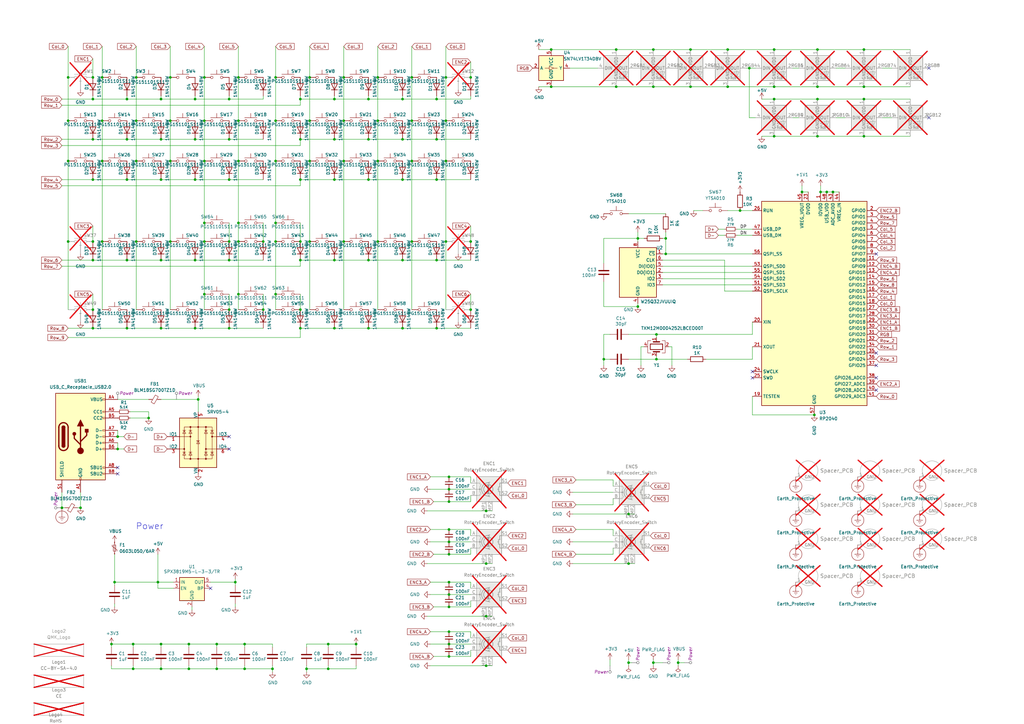
<source format=kicad_sch>
(kicad_sch (version 20250114) (generator "eeschema") (generator_version "9.0")
  (paper "A3")
  (title_block (title "Skinny Chameleon") (date "2025-03-25") (rev "v1.11") (company "Tweety's Wild Thinking") (comment 1 "Markus Knutsson <markus.knutsson@tweety.se>") (comment 2 "https://github.com/TweetyDaBird") (comment 3 "Licensed under Creative Commons BY-SA 4.0 International "))
  (text "Power" (at 55.6814 217.4738 0) (effects (font (size 2.54 2.54)) (justify left bottom)))
  (junction (at 140.97 66.04))
  (junction (at 52.07 57.15))
  (junction (at 123.19 99.06))
  (junction (at 41.91 66.04))
  (junction (at 96.52 238.76))
  (junction (at 80.01 57.15))
  (junction (at 123.19 57.15))
  (junction (at 83.82 91.44))
  (junction (at 123.19 127))
  (junction (at 257.81 231.14))
  (junction (at 140.97 49.53))
  (junction (at 273.05 104.14))
  (junction (at 137.16 134.62))
  (junction (at 52.07 134.62))
  (junction (at 100.33 264.16))
  (junction (at 97.79 120.65))
  (junction (at 168.91 99.06))
  (junction (at 45.72 264.16))
  (junction (at 80.01 73.66))
  (junction (at 165.1 73.66))
  (junction (at 41.91 49.53))
  (junction (at 193.04 127))
  (junction (at 55.88 49.53))
  (junction (at 93.98 106.68))
  (junction (at 25.4 208.28))
  (junction (at 38.1 57.15))
  (junction (at 107.95 127))
  (junction (at 283.21 20.32))
  (junction (at 88.9 274.32))
  (junction (at 267.97 20.32))
  (junction (at 66.04 264.16))
  (junction (at 184.15 238.76))
  (junction (at 154.94 49.53))
  (junction (at 93.98 40.64))
  (junction (at 137.16 73.66))
  (junction (at 113.03 120.65))
  (junction (at 27.94 49.53))
  (junction (at 341.63 78.74))
  (junction (at 66.04 134.62))
  (junction (at 93.98 134.62))
  (junction (at 269.24 147.32))
  (junction (at 52.07 73.66))
  (junction (at 38.1 106.68))
  (junction (at 182.88 31.75))
  (junction (at 83.82 49.53))
  (junction (at 46.99 238.76))
  (junction (at 66.04 73.66))
  (junction (at 179.07 106.68))
  (junction (at 307.34 27.94))
  (junction (at 252.73 20.32))
  (junction (at 127 99.06))
  (junction (at 168.91 66.04))
  (junction (at 38.1 73.66))
  (junction (at 113.03 31.75))
  (junction (at 54.61 274.32))
  (junction (at 354.33 20.32))
  (junction (at 83.82 99.06))
  (junction (at 184.15 195.58))
  (junction (at 182.88 66.04))
  (junction (at 38.1 134.62))
  (junction (at 335.28 35.56))
  (junction (at 199.39 209.55))
  (junction (at 83.82 120.65))
  (junction (at 93.98 99.06))
  (junction (at 48.26 184.15))
  (junction (at 184.15 205.74))
  (junction (at 80.01 106.68))
  (junction (at 140.97 99.06))
  (junction (at 127 49.53))
  (junction (at 247.65 147.32))
  (junction (at 303.53 86.36))
  (junction (at 134.62 264.16))
  (junction (at 69.85 99.06))
  (junction (at 283.21 35.56))
  (junction (at 88.9 264.16))
  (junction (at 123.19 40.64))
  (junction (at 123.19 134.62))
  (junction (at 93.98 127))
  (junction (at 168.91 31.75))
  (junction (at 54.61 264.16))
  (junction (at 38.1 31.75))
  (junction (at 193.04 99.06))
  (junction (at 113.03 99.06))
  (junction (at 97.79 49.53))
  (junction (at 179.07 40.64))
  (junction (at 354.33 55.88))
  (junction (at 179.07 73.66))
  (junction (at 97.79 66.04))
  (junction (at 184.15 222.25))
  (junction (at 336.55 78.74))
  (junction (at 273.05 97.79))
  (junction (at 184.15 248.92))
  (junction (at 146.05 264.16))
  (junction (at 66.04 106.68))
  (junction (at 179.07 134.62))
  (junction (at 55.88 31.75))
  (junction (at 184.15 227.33))
  (junction (at 184.15 259.08))
  (junction (at 267.97 271.78))
  (junction (at 66.04 57.15))
  (junction (at 267.97 35.56))
  (junction (at 339.09 78.74))
  (junction (at 38.1 127))
  (junction (at 269.24 137.16))
  (junction (at 317.5 55.88))
  (junction (at 184.15 217.17))
  (junction (at 69.85 31.75))
  (junction (at 33.02 208.28))
  (junction (at 317.5 40.64))
  (junction (at 257.81 271.78))
  (junction (at 165.1 40.64))
  (junction (at 41.91 31.75))
  (junction (at 48.26 179.07))
  (junction (at 317.5 35.56))
  (junction (at 334.01 170.18))
  (junction (at 335.28 20.32))
  (junction (at 151.13 106.68))
  (junction (at 328.93 78.74))
  (junction (at 111.76 274.32))
  (junction (at 113.03 66.04))
  (junction (at 123.19 106.68))
  (junction (at 60.96 171.45))
  (junction (at 199.39 273.05))
  (junction (at 252.73 35.56))
  (junction (at 184.15 264.16))
  (junction (at 193.04 31.75))
  (junction (at 151.13 134.62))
  (junction (at 93.98 57.15))
  (junction (at 154.94 66.04))
  (junction (at 226.06 20.32))
  (junction (at 278.13 271.78))
  (junction (at 64.77 238.76))
  (junction (at 137.16 106.68))
  (junction (at 52.07 106.68))
  (junction (at 107.95 99.06))
  (junction (at 354.33 35.56))
  (junction (at 69.85 49.53))
  (junction (at 97.79 91.44))
  (junction (at 113.03 91.44))
  (junction (at 27.94 31.75))
  (junction (at 27.94 99.06))
  (junction (at 83.82 66.04))
  (junction (at 199.39 252.73))
  (junction (at 93.98 73.66))
  (junction (at 38.1 40.64))
  (junction (at 27.94 66.04))
  (junction (at 335.28 40.64))
  (junction (at 226.06 35.56))
  (junction (at 261.62 125.73))
  (junction (at 69.85 66.04))
  (junction (at 354.33 40.64))
  (junction (at 77.47 274.32))
  (junction (at 66.04 40.64))
  (junction (at 97.79 99.06))
  (junction (at 66.04 274.32))
  (junction (at 55.88 66.04))
  (junction (at 154.94 31.75))
  (junction (at 123.19 73.66))
  (junction (at 151.13 73.66))
  (junction (at 140.97 31.75))
  (junction (at 154.94 99.06))
  (junction (at 38.1 99.06))
  (junction (at 113.03 49.53))
  (junction (at 184.15 200.66))
  (junction (at 77.47 264.16))
  (junction (at 97.79 31.75))
  (junction (at 298.45 35.56))
  (junction (at 184.15 243.84))
  (junction (at 184.15 269.24))
  (junction (at 168.91 49.53))
  (junction (at 179.07 57.15))
  (junction (at 127 31.75))
  (junction (at 83.82 31.75))
  (junction (at 81.28 163.83))
  (junction (at 134.62 274.32))
  (junction (at 182.88 99.06))
  (junction (at 80.01 134.62))
  (junction (at 182.88 49.53))
  (junction (at 261.62 97.79))
  (junction (at 151.13 57.15))
  (junction (at 137.16 57.15))
  (junction (at 165.1 134.62))
  (junction (at 335.28 55.88))
  (junction (at 199.39 231.14))
  (junction (at 137.16 40.64))
  (junction (at 151.13 40.64))
  (junction (at 80.01 40.64))
  (junction (at 257.81 210.82))
  (junction (at 52.07 40.64))
  (junction (at 317.5 20.32))
  (junction (at 125.73 274.32))
  (junction (at 298.45 20.32))
  (junction (at 41.91 99.06))
  (junction (at 165.1 106.68))
  (junction (at 55.88 99.06))
  (junction (at 165.1 57.15))
  (junction (at 127 66.04))
  (junction (at 100.33 274.32))
  (no_connect (at 308.61 152.4))
  (no_connect (at 359.41 160.02))
  (no_connect (at 93.98 184.15))
  (no_connect (at 381 48.26))
  (no_connect (at 359.41 149.86))
  (no_connect (at 359.41 144.78))
  (no_connect (at 48.26 194.31))
  (no_connect (at 93.98 179.07))
  (no_connect (at 381 27.94))
  (no_connect (at 359.41 104.14))
  (no_connect (at 359.41 154.94))
  (no_connect (at 308.61 154.94))
  (no_connect (at 48.26 191.77))
  (no_connect (at 86.36 241.3))
  (wire (pts (xy 140.97 19.05) (xy 140.97 31.75)))
  (wire (pts (xy 199.39 273.05) (xy 201.93 273.05)))
  (wire (pts (xy 176.53 264.16) (xy 184.15 264.16)))
  (wire (pts (xy 83.82 19.05) (xy 83.82 31.75)))
  (wire (pts (xy 177.8 248.92) (xy 184.15 248.92)))
  (wire (pts (xy 278.13 273.05) (xy 278.13 271.78)))
  (wire (pts (xy 344.17 78.74) (xy 341.63 78.74)))
  (wire (pts (xy 80.01 106.68) (xy 93.98 106.68)))
  (wire (pts (xy 303.53 86.36) (xy 308.61 86.36)))
  (wire (pts (xy 96.52 237.49) (xy 96.52 238.76)))
  (wire (pts (xy 123.19 39.37) (xy 123.19 40.64)))
  (wire (pts (xy 54.61 273.05) (xy 54.61 274.32)))
  (wire (pts (xy 140.97 99.06) (xy 140.97 127)))
  (wire (pts (xy 247.65 137.16) (xy 247.65 147.32)))
  (wire (pts (xy 302.26 96.52) (xy 308.61 96.52)))
  (wire (pts (xy 25.4 57.15) (xy 38.1 57.15)))
  (wire (pts (xy 123.19 91.44) (xy 123.19 99.06)))
  (wire (pts (xy 55.88 99.06) (xy 55.88 66.04)))
  (wire (pts (xy 93.98 120.65) (xy 93.98 127)))
  (wire (pts (xy 165.1 73.66) (xy 179.07 73.66)))
  (wire (pts (xy 184.15 269.24) (xy 193.04 269.24)))
  (wire (pts (xy 80.01 134.62) (xy 93.98 134.62)))
  (wire (pts (xy 267.97 20.32) (xy 283.21 20.32)))
  (wire (pts (xy 193.04 92.71) (xy 193.04 99.06)))
  (wire (pts (xy 317.5 20.32) (xy 335.28 20.32)))
  (wire (pts (xy 25.4 73.66) (xy 38.1 73.66)))
  (wire (pts (xy 342.9 48.26) (xy 346.71 48.26)))
  (wire (pts (xy 273.05 104.14) (xy 271.78 104.14)))
  (wire (pts (xy 220.98 35.56) (xy 226.06 35.56)))
  (wire (pts (xy 125.73 274.32) (xy 125.73 275.59)))
  (wire (pts (xy 66.04 265.43) (xy 66.04 264.16)))
  (wire (pts (xy 334.01 170.18) (xy 308.61 170.18)))
  (wire (pts (xy 134.62 273.05) (xy 134.62 274.32)))
  (wire (pts (xy 154.94 19.05) (xy 154.94 31.75)))
  (wire (pts (xy 335.28 40.64) (xy 354.33 40.64)))
  (wire (pts (xy 193.04 195.58) (xy 193.04 198.12)))
  (wire (pts (xy 86.36 238.76) (xy 96.52 238.76)))
  (wire (pts (xy 257.81 137.16) (xy 269.24 137.16)))
  (wire (pts (xy 250.19 147.32) (xy 247.65 147.32)))
  (wire (pts (xy 140.97 49.53) (xy 140.97 31.75)))
  (wire (pts (xy 184.15 248.92) (xy 193.04 248.92)))
  (wire (pts (xy 233.68 27.94) (xy 245.11 27.94)))
  (wire (pts (xy 125.73 264.16) (xy 134.62 264.16)))
  (wire (pts (xy 83.82 49.53) (xy 83.82 31.75)))
  (wire (pts (xy 252.73 20.32) (xy 267.97 20.32)))
  (wire (pts (xy 274.32 142.24) (xy 275.59 142.24)))
  (wire (pts (xy 97.79 99.06) (xy 97.79 120.65)))
  (wire (pts (xy 184.15 217.17) (xy 193.04 217.17)))
  (wire (pts (xy 176.53 259.08) (xy 184.15 259.08)))
  (wire (pts (xy 325.12 48.26) (xy 327.66 48.26)))
  (wire (pts (xy 54.61 264.16) (xy 66.04 264.16)))
  (wire (pts (xy 38.1 24.13) (xy 38.1 31.75)))
  (wire (pts (xy 307.34 48.26) (xy 309.88 48.26)))
  (wire (pts (xy 278.13 271.78) (xy 278.13 270.51)))
  (wire (pts (xy 179.07 39.37) (xy 179.07 40.64)))
  (wire (pts (xy 298.45 20.32) (xy 317.5 20.32)))
  (wire (pts (xy 325.12 27.94) (xy 327.66 27.94)))
  (wire (pts (xy 273.05 95.25) (xy 273.05 97.79)))
  (wire (pts (xy 123.19 134.62) (xy 137.16 134.62)))
  (wire (pts (xy 88.9 274.32) (xy 77.47 274.32)))
  (wire (pts (xy 354.33 55.88) (xy 373.38 55.88)))
  (wire (pts (xy 168.91 19.05) (xy 168.91 31.75)))
  (wire (pts (xy 151.13 73.66) (xy 165.1 73.66)))
  (wire (pts (xy 25.4 208.28) (xy 25.4 201.93)))
  (wire (pts (xy 294.64 96.52) (xy 297.18 96.52)))
  (wire (pts (xy 66.04 163.83) (xy 81.28 163.83)))
  (wire (pts (xy 288.29 86.36) (xy 284.48 86.36)))
  (wire (pts (xy 307.34 48.26) (xy 307.34 27.94)))
  (wire (pts (xy 97.79 19.05) (xy 97.79 31.75)))
  (wire (pts (xy 176.53 273.05) (xy 199.39 273.05)))
  (wire (pts (xy 341.63 78.74) (xy 339.09 78.74)))
  (wire (pts (xy 154.94 66.04) (xy 154.94 49.53)))
  (wire (pts (xy 182.88 99.06) (xy 182.88 127)))
  (wire (pts (xy 234.95 231.14) (xy 257.81 231.14)))
  (wire (pts (xy 298.45 35.56) (xy 317.5 35.56)))
  (wire (pts (xy 69.85 66.04) (xy 69.85 49.53)))
  (wire (pts (xy 271.78 111.76) (xy 308.61 111.76)))
  (wire (pts (xy 177.8 269.24) (xy 184.15 269.24)))
  (wire (pts (xy 151.13 134.62) (xy 165.1 134.62)))
  (wire (pts (xy 52.07 57.15) (xy 66.04 57.15)))
  (wire (pts (xy 307.34 27.94) (xy 309.88 27.94)))
  (wire (pts (xy 45.72 274.32) (xy 54.61 274.32)))
  (wire (pts (xy 257.81 210.82) (xy 260.35 210.82)))
  (wire (pts (xy 100.33 264.16) (xy 111.76 264.16)))
  (wire (pts (xy 289.56 147.32) (xy 308.61 147.32)))
  (wire (pts (xy 93.98 57.15) (xy 107.95 57.15)))
  (wire (pts (xy 55.88 19.05) (xy 55.88 31.75)))
  (wire (pts (xy 339.09 78.74) (xy 336.55 78.74)))
  (wire (pts (xy 234.95 201.93) (xy 251.46 201.93)))
  (wire (pts (xy 361.95 48.26) (xy 365.76 48.26)))
  (wire (pts (xy 123.19 59.69) (xy 123.19 57.15)))
  (wire (pts (xy 236.22 196.85) (xy 251.46 196.85)))
  (wire (pts (xy 97.79 120.65) (xy 97.79 127)))
  (wire (pts (xy 93.98 73.66) (xy 107.95 73.66)))
  (wire (pts (xy 257.81 87.63) (xy 273.05 87.63)))
  (wire (pts (xy 71.12 241.3) (xy 64.77 241.3)))
  (wire (pts (xy 193.04 205.74) (xy 193.04 203.2)))
  (wire (pts (xy 184.15 243.84) (xy 193.04 243.84)))
  (wire (pts (xy 176.53 222.25) (xy 184.15 222.25)))
  (wire (pts (xy 123.19 76.2) (xy 123.19 73.66)))
  (wire (pts (xy 182.88 66.04) (xy 182.88 49.53)))
  (wire (pts (xy 317.5 40.64) (xy 335.28 40.64)))
  (wire (pts (xy 52.07 134.62) (xy 66.04 134.62)))
  (wire (pts (xy 25.4 76.2) (xy 123.19 76.2)))
  (wire (pts (xy 168.91 99.06) (xy 168.91 127)))
  (wire (pts (xy 261.62 124.46) (xy 261.62 125.73)))
  (wire (pts (xy 273.05 104.14) (xy 308.61 104.14)))
  (wire (pts (xy 176.53 243.84) (xy 184.15 243.84)))
  (wire (pts (xy 257.81 270.51) (xy 257.81 271.78)))
  (wire (pts (xy 107.95 39.37) (xy 107.95 40.64)))
  (wire (pts (xy 54.61 265.43) (xy 54.61 264.16)))
  (wire (pts (xy 113.03 91.44) (xy 113.03 66.04)))
  (wire (pts (xy 267.97 271.78) (xy 271.78 271.78)))
  (wire (pts (xy 302.26 93.98) (xy 308.61 93.98)))
  (wire (pts (xy 176.53 200.66) (xy 184.15 200.66)))
  (wire (pts (xy 113.03 99.06) (xy 113.03 120.65)))
  (wire (pts (xy 66.04 273.05) (xy 66.04 274.32)))
  (wire (pts (xy 234.95 210.82) (xy 257.81 210.82)))
  (wire (pts (xy 88.9 264.16) (xy 100.33 264.16)))
  (wire (pts (xy 184.15 195.58) (xy 193.04 195.58)))
  (wire (pts (xy 80.01 40.64) (xy 93.98 40.64)))
  (wire (pts (xy 123.19 73.66) (xy 137.16 73.66)))
  (wire (pts (xy 151.13 57.15) (xy 165.1 57.15)))
  (wire (pts (xy 77.47 265.43) (xy 77.47 264.16)))
  (wire (pts (xy 64.77 227.33) (xy 64.77 238.76)))
  (wire (pts (xy 342.9 27.94) (xy 346.71 27.94)))
  (wire (pts (xy 52.07 106.68) (xy 66.04 106.68)))
  (wire (pts (xy 251.46 217.17) (xy 251.46 219.71)))
  (wire (pts (xy 66.04 106.68) (xy 80.01 106.68)))
  (wire (pts (xy 151.13 106.68) (xy 165.1 106.68)))
  (wire (pts (xy 123.19 109.22) (xy 123.19 106.68)))
  (wire (pts (xy 80.01 73.66) (xy 93.98 73.66)))
  (wire (pts (xy 46.99 227.33) (xy 46.99 238.76)))
  (wire (pts (xy 53.34 171.45) (xy 60.96 171.45)))
  (wire (pts (xy 154.94 99.06) (xy 154.94 66.04)))
  (wire (pts (xy 52.07 40.64) (xy 38.1 40.64)))
  (wire (pts (xy 27.94 49.53) (xy 27.94 66.04)))
  (wire (pts (xy 38.1 92.71) (xy 38.1 99.06)))
  (wire (pts (xy 31.75 208.28) (xy 33.02 208.28)))
  (wire (pts (xy 123.19 57.15) (xy 137.16 57.15)))
  (wire (pts (xy 283.21 20.32) (xy 298.45 20.32)))
  (wire (pts (xy 125.73 274.32) (xy 134.62 274.32)))
  (wire (pts (xy 146.05 264.16) (xy 146.05 265.43)))
  (wire (pts (xy 60.96 163.83) (xy 48.26 163.83)))
  (wire (pts (xy 193.04 39.37) (xy 193.04 40.64)))
  (wire (pts (xy 261.62 95.25) (xy 261.62 97.79)))
  (wire (pts (xy 361.95 27.94) (xy 365.76 27.94)))
  (wire (pts (xy 113.03 66.04) (xy 113.03 49.53)))
  (wire (pts (xy 125.73 273.05) (xy 125.73 274.32)))
  (wire (pts (xy 77.47 274.32) (xy 66.04 274.32)))
  (wire (pts (xy 55.88 99.06) (xy 55.88 127)))
  (wire (pts (xy 273.05 97.79) (xy 273.05 104.14)))
  (wire (pts (xy 252.73 35.56) (xy 267.97 35.56)))
  (wire (pts (xy 262.89 142.24) (xy 262.89 149.86)))
  (wire (pts (xy 134.62 274.32) (xy 146.05 274.32)))
  (wire (pts (xy 177.8 227.33) (xy 184.15 227.33)))
  (wire (pts (xy 335.28 35.56) (xy 354.33 35.56)))
  (wire (pts (xy 175.26 252.73) (xy 199.39 252.73)))
  (wire (pts (xy 41.91 99.06) (xy 41.91 66.04)))
  (wire (pts (xy 297.18 106.68) (xy 297.18 119.38)))
  (wire (pts (xy 226.06 20.32) (xy 252.73 20.32)))
  (wire (pts (xy 184.15 205.74) (xy 193.04 205.74)))
  (wire (pts (xy 184.15 238.76) (xy 193.04 238.76)))
  (wire (pts (xy 137.16 39.37) (xy 137.16 40.64)))
  (wire (pts (xy 308.61 147.32) (xy 308.61 142.24)))
  (wire (pts (xy 41.91 49.53) (xy 41.91 31.75)))
  (wire (pts (xy 66.04 134.62) (xy 80.01 134.62)))
  (wire (pts (xy 354.33 20.32) (xy 373.38 20.32)))
  (wire (pts (xy 25.4 109.22) (xy 123.19 109.22)))
  (wire (pts (xy 97.79 49.53) (xy 97.79 31.75)))
  (wire (pts (xy 247.65 107.95) (xy 247.65 97.79)))
  (wire (pts (xy 45.72 273.05) (xy 45.72 274.32)))
  (wire (pts (xy 25.4 40.64) (xy 38.1 40.64)))
  (wire (pts (xy 226.06 35.56) (xy 252.73 35.56)))
  (wire (pts (xy 93.98 40.64) (xy 107.95 40.64)))
  (wire (pts (xy 41.91 19.05) (xy 41.91 31.75)))
  (wire (pts (xy 66.04 40.64) (xy 52.07 40.64)))
  (wire (pts (xy 267.97 35.56) (xy 283.21 35.56)))
  (wire (pts (xy 45.72 264.16) (xy 45.72 265.43)))
  (wire (pts (xy 80.01 57.15) (xy 93.98 57.15)))
  (wire (pts (xy 179.07 40.64) (xy 193.04 40.64)))
  (wire (pts (xy 69.85 19.05) (xy 69.85 31.75)))
  (wire (pts (xy 335.28 55.88) (xy 354.33 55.88)))
  (wire (pts (xy 165.1 40.64) (xy 179.07 40.64)))
  (wire (pts (xy 251.46 227.33) (xy 251.46 224.79)))
  (wire (pts (xy 100.33 274.32) (xy 88.9 274.32)))
  (wire (pts (xy 236.22 227.33) (xy 251.46 227.33)))
  (wire (pts (xy 312.42 40.64) (xy 317.5 40.64)))
  (wire (pts (xy 83.82 127) (xy 83.82 120.65)))
  (wire (pts (xy 234.95 222.25) (xy 251.46 222.25)))
  (wire (pts (xy 46.99 247.65) (xy 46.99 248.92)))
  (wire (pts (xy 93.98 106.68) (xy 107.95 106.68)))
  (wire (pts (xy 354.33 35.56) (xy 373.38 35.56)))
  (wire (pts (xy 25.4 59.69) (xy 123.19 59.69)))
  (wire (pts (xy 257.81 271.78) (xy 257.81 273.05)))
  (wire (pts (xy 123.19 106.68) (xy 137.16 106.68)))
  (wire (pts (xy 134.62 264.16) (xy 146.05 264.16)))
  (wire (pts (xy 165.1 134.62) (xy 179.07 134.62)))
  (wire (pts (xy 27.94 99.06) (xy 27.94 127)))
  (wire (pts (xy 69.85 49.53) (xy 69.85 31.75)))
  (wire (pts (xy 97.79 99.06) (xy 97.79 91.44)))
  (wire (pts (xy 38.1 120.65) (xy 38.1 127)))
  (wire (pts (xy 184.15 259.08) (xy 193.04 259.08)))
  (wire (pts (xy 64.77 241.3) (xy 64.77 238.76)))
  (wire (pts (xy 179.07 106.68) (xy 193.04 106.68)))
  (wire (pts (xy 165.1 106.68) (xy 179.07 106.68)))
  (wire (pts (xy 27.94 19.05) (xy 27.94 31.75)))
  (wire (pts (xy 69.85 99.06) (xy 69.85 127)))
  (wire (pts (xy 271.78 109.22) (xy 308.61 109.22)))
  (wire (pts (xy 64.77 238.76) (xy 71.12 238.76)))
  (wire (pts (xy 25.4 106.68) (xy 38.1 106.68)))
  (wire (pts (xy 127 49.53) (xy 127 31.75)))
  (wire (pts (xy 38.1 134.62) (xy 52.07 134.62)))
  (wire (pts (xy 336.55 76.2) (xy 336.55 78.74)))
  (wire (pts (xy 25.4 208.28) (xy 26.67 208.28)))
  (wire (pts (xy 236.22 207.01) (xy 251.46 207.01)))
  (wire (pts (xy 251.46 196.85) (xy 251.46 199.39)))
  (wire (pts (xy 247.65 125.73) (xy 261.62 125.73)))
  (wire (pts (xy 294.64 93.98) (xy 297.18 93.98)))
  (wire (pts (xy 317.5 55.88) (xy 335.28 55.88)))
  (wire (pts (xy 137.16 106.68) (xy 151.13 106.68)))
  (wire (pts (xy 83.82 91.44) (xy 83.82 66.04)))
  (wire (pts (xy 77.47 273.05) (xy 77.47 274.32)))
  (wire (pts (xy 83.82 99.06) (xy 83.82 91.44)))
  (wire (pts (xy 27.94 66.04) (xy 27.94 99.06)))
  (wire (pts (xy 257.81 271.78) (xy 259.08 271.78)))
  (wire (pts (xy 328.93 76.2) (xy 328.93 78.74)))
  (wire (pts (xy 25.4 43.18) (xy 123.19 43.18)))
  (wire (pts (xy 48.26 179.07) (xy 50.8 179.07)))
  (wire (pts (xy 38.1 73.66) (xy 52.07 73.66)))
  (wire (pts (xy 81.28 168.91) (xy 81.28 163.83)))
  (wire (pts (xy 48.26 181.61) (xy 48.26 184.15)))
  (wire (pts (xy 81.28 162.56) (xy 81.28 163.83)))
  (wire (pts (xy 328.93 78.74) (xy 331.47 78.74)))
  (wire (pts (xy 269.24 146.05) (xy 269.24 147.32)))
  (wire (pts (xy 93.98 134.62) (xy 107.95 134.62)))
  (wire (pts (xy 177.8 205.74) (xy 184.15 205.74)))
  (wire (pts (xy 182.88 19.05) (xy 182.88 31.75)))
  (wire (pts (xy 123.19 43.18) (xy 123.19 40.64)))
  (wire (pts (xy 80.01 39.37) (xy 80.01 40.64)))
  (wire (pts (xy 278.13 271.78) (xy 280.67 271.78)))
  (wire (pts (xy 312.42 55.88) (xy 317.5 55.88)))
  (wire (pts (xy 179.07 73.66) (xy 193.04 73.66)))
  (wire (pts (xy 168.91 66.04) (xy 168.91 49.53)))
  (wire (pts (xy 53.34 168.91) (xy 60.96 168.91)))
  (wire (pts (xy 146.05 274.32) (xy 146.05 273.05)))
  (wire (pts (xy 48.26 176.53) (xy 48.26 179.07)))
  (wire (pts (xy 77.47 264.16) (xy 88.9 264.16)))
  (wire (pts (xy 247.65 147.32) (xy 247.65 149.86)))
  (wire (pts (xy 93.98 91.44) (xy 93.98 99.06)))
  (wire (pts (xy 261.62 97.79) (xy 261.62 99.06)))
  (wire (pts (xy 107.95 91.44) (xy 107.95 99.06)))
  (wire (pts (xy 52.07 73.66) (xy 66.04 73.66)))
  (wire (pts (xy 137.16 57.15) (xy 151.13 57.15)))
  (wire (pts (xy 38.1 57.15) (xy 52.07 57.15)))
  (wire (pts (xy 83.82 99.06) (xy 83.82 120.65)))
  (wire (pts (xy 83.82 66.04) (xy 83.82 49.53)))
  (wire (pts (xy 151.13 39.37) (xy 151.13 40.64)))
  (wire (pts (xy 69.85 99.06) (xy 69.85 66.04)))
  (wire (pts (xy 247.65 97.79) (xy 261.62 97.79)))
  (wire (pts (xy 193.04 120.65) (xy 193.04 127)))
  (wire (pts (xy 267.97 271.78) (xy 267.97 273.05)))
  (wire (pts (xy 257.81 147.32) (xy 269.24 147.32)))
  (wire (pts (xy 41.91 66.04) (xy 41.91 49.53)))
  (wire (pts (xy 182.88 99.06) (xy 182.88 66.04)))
  (wire (pts (xy 41.91 99.06) (xy 41.91 127)))
  (wire (pts (xy 55.88 49.53) (xy 55.88 31.75)))
  (wire (pts (xy 151.13 40.64) (xy 165.1 40.64)))
  (wire (pts (xy 48.26 184.15) (xy 50.8 184.15)))
  (wire (pts (xy 111.76 265.43) (xy 111.76 264.16)))
  (wire (pts (xy 306.07 27.94) (xy 307.34 27.94)))
  (wire (pts (xy 140.97 99.06) (xy 140.97 66.04)))
  (wire (pts (xy 193.04 248.92) (xy 193.04 246.38)))
  (wire (pts (xy 220.98 20.32) (xy 226.06 20.32)))
  (wire (pts (xy 179.07 57.15) (xy 193.04 57.15)))
  (wire (pts (xy 176.53 217.17) (xy 184.15 217.17)))
  (wire (pts (xy 193.04 25.4) (xy 193.04 31.75)))
  (wire (pts (xy 111.76 273.05) (xy 111.76 274.32)))
  (wire (pts (xy 271.78 116.84) (xy 308.61 116.84)))
  (wire (pts (xy 354.33 40.64) (xy 373.38 40.64)))
  (wire (pts (xy 88.9 273.05) (xy 88.9 274.32)))
  (wire (pts (xy 137.16 73.66) (xy 151.13 73.66)))
  (wire (pts (xy 317.5 35.56) (xy 335.28 35.56)))
  (wire (pts (xy 125.73 265.43) (xy 125.73 264.16)))
  (wire (pts (xy 165.1 57.15) (xy 179.07 57.15)))
  (wire (pts (xy 137.16 134.62) (xy 151.13 134.62)))
  (wire (pts (xy 182.88 49.53) (xy 182.88 31.75)))
  (wire (pts (xy 33.02 208.28) (xy 33.02 201.93)))
  (wire (pts (xy 247.65 125.73) (xy 247.65 115.57)))
  (wire (pts (xy 251.46 207.01) (xy 251.46 204.47)))
  (wire (pts (xy 66.04 274.32) (xy 54.61 274.32)))
  (wire (pts (xy 88.9 265.43) (xy 88.9 264.16)))
  (wire (pts (xy 257.81 231.14) (xy 260.35 231.14)))
  (wire (pts (xy 168.91 49.53) (xy 168.91 31.75)))
  (wire (pts (xy 271.78 114.3) (xy 308.61 114.3)))
  (wire (pts (xy 308.61 137.16) (xy 308.61 132.08)))
  (wire (pts (xy 100.33 274.32) (xy 111.76 274.32)))
  (wire (pts (xy 298.45 86.36) (xy 303.53 86.36)))
  (wire (pts (xy 275.59 142.24) (xy 275.59 149.86)))
  (wire (pts (xy 60.96 168.91) (xy 60.96 171.45)))
  (wire (pts (xy 66.04 73.66) (xy 80.01 73.66)))
  (wire (pts (xy 175.26 209.55) (xy 199.39 209.55)))
  (wire (pts (xy 137.16 40.64) (xy 151.13 40.64)))
  (wire (pts (xy 45.72 264.16) (xy 54.61 264.16)))
  (wire (pts (xy 308.61 170.18) (xy 308.61 162.56)))
  (wire (pts (xy 93.98 39.37) (xy 93.98 40.64)))
  (wire (pts (xy 175.26 231.14) (xy 199.39 231.14)))
  (wire (pts (xy 184.15 264.16) (xy 193.04 264.16)))
  (wire (pts (xy 267.97 270.51) (xy 267.97 271.78)))
  (wire (pts (xy 96.52 238.76) (xy 96.52 240.03)))
  (wire (pts (xy 66.04 57.15) (xy 80.01 57.15)))
  (wire (pts (xy 127 19.05) (xy 127 31.75)))
  (wire (pts (xy 297.18 119.38) (xy 308.61 119.38)))
  (wire (pts (xy 78.74 248.92) (xy 78.74 250.19)))
  (wire (pts (xy 27.94 134.62) (xy 38.1 134.62)))
  (wire (pts (xy 271.78 106.68) (xy 297.18 106.68)))
  (wire (pts (xy 193.04 238.76) (xy 193.04 241.3)))
  (wire (pts (xy 66.04 39.37) (xy 66.04 40.64)))
  (wire (pts (xy 127 66.04) (xy 127 49.53)))
  (wire (pts (xy 66.04 264.16) (xy 77.47 264.16)))
  (wire (pts (xy 66.04 40.64) (xy 80.01 40.64)))
  (wire (pts (xy 97.79 91.44) (xy 97.79 66.04)))
  (wire (pts (xy 154.94 99.06) (xy 154.94 127)))
  (wire (pts (xy 46.99 238.76) (xy 64.77 238.76)))
  (wire (pts (xy 96.52 247.65) (xy 96.52 248.92)))
  (wire (pts (xy 193.04 269.24) (xy 193.04 266.7)))
  (wire (pts (xy 184.15 227.33) (xy 193.04 227.33)))
  (wire (pts (xy 264.16 142.24) (xy 262.89 142.24)))
  (wire (pts (xy 335.28 20.32) (xy 354.33 20.32)))
  (wire (pts (xy 269.24 137.16) (xy 308.61 137.16)))
  (wire (pts (xy 134.62 265.43) (xy 134.62 264.16)))
  (wire (pts (xy 264.16 97.79) (xy 261.62 97.79)))
  (wire (pts (xy 123.19 120.65) (xy 123.19 127)))
  (wire (pts (xy 111.76 274.32) (xy 111.76 275.59)))
  (wire (pts (xy 184.15 200.66) (xy 193.04 200.66)))
  (wire (pts (xy 199.39 252.73) (xy 201.93 252.73)))
  (wire (pts (xy 100.33 273.05) (xy 100.33 274.32)))
  (wire (pts (xy 283.21 35.56) (xy 298.45 35.56)))
  (wire (pts (xy 236.22 217.17) (xy 251.46 217.17)))
  (wire (pts (xy 269.24 147.32) (xy 281.94 147.32)))
  (wire (pts (xy 55.88 66.04) (xy 55.88 49.53)))
  (wire (pts (xy 269.24 138.43) (xy 269.24 137.16)))
  (wire (pts (xy 250.19 137.16) (xy 247.65 137.16)))
  (wire (pts (xy 38.1 106.68) (xy 52.07 106.68)))
  (wire (pts (xy 113.03 49.53) (xy 113.03 31.75)))
  (wire (pts (xy 154.94 49.53) (xy 154.94 31.75)))
  (wire (pts (xy 168.91 99.06) (xy 168.91 66.04)))
  (wire (pts (xy 127 99.06) (xy 127 66.04)))
  (wire (pts (xy 184.15 222.25) (xy 193.04 222.25)))
  (wire (pts (xy 27.94 31.75) (xy 27.94 49.53)))
  (wire (pts (xy 199.39 209.55) (xy 201.93 209.55)))
  (wire (pts (xy 179.07 134.62) (xy 193.04 134.62)))
  (wire (pts (xy 140.97 66.04) (xy 140.97 49.53)))
  (wire (pts (xy 46.99 240.03) (xy 46.99 238.76)))
  (wire (pts (xy 113.03 99.06) (xy 113.03 91.44)))
  (wire (pts (xy 193.04 217.17) (xy 193.04 219.71)))
  (wire (pts (xy 193.04 227.33) (xy 193.04 224.79)))
  (wire (pts (xy 38.1 39.37) (xy 38.1 40.64)))
  (wire (pts (xy 123.19 40.64) (xy 137.16 40.64)))
  (wire (pts (xy 27.94 138.43) (xy 123.19 138.43)))
  (wire (pts (xy 52.07 39.37) (xy 52.07 40.64)))
  (wire (pts (xy 250.19 270.51) (xy 250.19 273.05)))
  (wire (pts (xy 107.95 120.65) (xy 107.95 127)))
  (wire (pts (xy 100.33 265.43) (xy 100.33 264.16)))
  (wire (pts (xy 176.53 238.76) (xy 184.15 238.76)))
  (wire (pts (xy 97.79 66.04) (xy 97.79 49.53)))
  (wire (pts (xy 193.04 259.08) (xy 193.04 261.62)))
  (wire (pts (xy 113.03 127) (xy 113.03 120.65)))
  (wire (pts (xy 165.1 39.37) (xy 165.1 40.64)))
  (wire (pts (xy 176.53 195.58) (xy 184.15 195.58)))
  (wire (pts (xy 123.19 138.43) (xy 123.19 134.62)))
  (wire (pts (xy 273.05 97.79) (xy 271.78 97.79)))
  (wire (pts (xy 199.39 231.14) (xy 201.93 231.14)))
  (wire (pts (xy 127 99.06) (xy 127 127)))
  (wire (pts (xy 113.03 19.05) (xy 113.03 31.75)))
  (label "DP" (at 303.53 93.98 0))
  (label "DN" (at 303.53 96.52 0))
  (global_label "Col_3" (shape input) (at 140.97 19.05 0) (property "Intersheetrefs" "${INTERSHEET_REFS}" (effects (hide yes))))
  (global_label "ENC3_A" (shape input) (at 176.53 238.76 180) (property "Intersheetrefs" "${INTERSHEET_REFS}" (effects (hide yes))))
  (global_label "ENC4_B" (shape input) (at 236.22 227.33 180) (property "Intersheetrefs" "${INTERSHEET_REFS}" (effects (hide yes))))
  (global_label "Row_0" (shape input) (at 25.4 40.64 180) (property "Intersheetrefs" "${INTERSHEET_REFS}" (effects (hide yes))))
  (global_label "Col_2" (shape input) (at 55.88 19.05 180) (property "Intersheetrefs" "${INTERSHEET_REFS}" (effects (hide yes))))
  (global_label "ENC4_B" (shape input) (at 359.41 109.22 0) (property "Intersheetrefs" "${INTERSHEET_REFS}" (effects (hide yes))))
  (global_label "Row_0" (shape input) (at 359.41 162.56 0) (property "Intersheetrefs" "${INTERSHEET_REFS}" (effects (hide yes))))
  (global_label "ENC4" (shape input) (at 193.04 92.71 180) (property "Intersheetrefs" "${INTERSHEET_REFS}" (effects (hide yes))))
  (global_label "Col_0" (shape input) (at 27.94 19.05 180) (property "Intersheetrefs" "${INTERSHEET_REFS}" (effects (hide yes))))
  (global_label "ENC3_B" (shape input) (at 236.22 207.01 180) (property "Intersheetrefs" "${INTERSHEET_REFS}" (effects (hide yes))))
  (global_label "ENC3_B" (shape input) (at 359.41 127 0) (property "Intersheetrefs" "${INTERSHEET_REFS}" (effects (hide yes))))
  (global_label "Col_2" (shape input) (at 154.94 19.05 0) (property "Intersheetrefs" "${INTERSHEET_REFS}" (effects (hide yes))))
  (global_label "Col_0" (shape input) (at 182.88 19.05 0) (property "Intersheetrefs" "${INTERSHEET_REFS}" (effects (hide yes))))
  (global_label "D+" (shape input) (at 294.64 93.98 180) (property "Intersheetrefs" "${INTERSHEET_REFS}" (effects (hide yes))))
  (global_label "Row_8" (shape input) (at 27.94 134.62 180) (property "Intersheetrefs" "${INTERSHEET_REFS}" (effects (hide yes))))
  (global_label "Col_0" (shape input) (at 208.28 241.3 0) (property "Intersheetrefs" "${INTERSHEET_REFS}" (effects (hide yes))))
  (global_label "D-" (shape input) (at 50.8 179.07 0) (property "Intersheetrefs" "${INTERSHEET_REFS}" (effects (hide yes))))
  (global_label "Row_4" (shape input) (at 25.4 73.66 180) (property "Intersheetrefs" "${INTERSHEET_REFS}" (effects (hide yes))))
  (global_label "Row_9" (shape input) (at 27.94 138.43 180) (property "Intersheetrefs" "${INTERSHEET_REFS}" (effects (hide yes))))
  (global_label "Col_5" (shape input) (at 113.03 19.05 0) (property "Intersheetrefs" "${INTERSHEET_REFS}" (effects (hide yes))))
  (global_label "ENC2_A" (shape input) (at 359.41 157.48 0) (property "Intersheetrefs" "${INTERSHEET_REFS}" (effects (hide yes))))
  (global_label "Row_1" (shape input) (at 359.41 142.24 0) (property "Intersheetrefs" "${INTERSHEET_REFS}" (effects (hide yes))))
  (global_label "ENC3_B" (shape input) (at 177.8 248.92 180) (property "Intersheetrefs" "${INTERSHEET_REFS}" (effects (hide yes))))
  (global_label "ENC1_B" (shape input) (at 359.41 134.62 0) (property "Intersheetrefs" "${INTERSHEET_REFS}" (effects (hide yes))))
  (global_label "ENC5" (shape input) (at 38.1 120.65 180) (property "Intersheetrefs" "${INTERSHEET_REFS}" (effects (hide yes))))
  (global_label "ENC3" (shape input) (at 38.1 92.71 180) (property "Intersheetrefs" "${INTERSHEET_REFS}" (effects (hide yes))))
  (global_label "ENC1_A" (shape input) (at 359.41 132.08 0) (property "Intersheetrefs" "${INTERSHEET_REFS}" (effects (hide yes))))
  (global_label "D+" (shape input) (at 68.58 179.07 180) (property "Intersheetrefs" "${INTERSHEET_REFS}" (effects (hide yes))))
  (global_label "Row_6" (shape input) (at 25.4 106.68 180) (property "Intersheetrefs" "${INTERSHEET_REFS}" (effects (hide yes))))
  (global_label "RGB" (shape input) (at 218.44 27.94 180) (property "Intersheetrefs" "${INTERSHEET_REFS}" (effects (hide yes))))
  (global_label "Row_7" (shape input) (at 25.4 109.22 180) (property "Intersheetrefs" "${INTERSHEET_REFS}" (effects (hide yes))))
  (global_label "ENC2" (shape input) (at 208.28 219.71 0) (property "Intersheetrefs" "${INTERSHEET_REFS}" (effects (hide yes))))
  (global_label "Col_0" (shape input) (at 208.28 261.62 0) (property "Intersheetrefs" "${INTERSHEET_REFS}" (effects (hide yes))))
  (global_label "ENC1" (shape input) (at 208.28 198.12 0) (property "Intersheetrefs" "${INTERSHEET_REFS}" (effects (hide yes))))
  (global_label "D+" (shape input) (at 50.8 184.15 0) (property "Intersheetrefs" "${INTERSHEET_REFS}" (effects (hide yes))))
  (global_label "Col_4" (shape input) (at 83.82 19.05 180) (property "Intersheetrefs" "${INTERSHEET_REFS}" (effects (hide yes))))
  (global_label "D-" (shape input) (at 294.64 96.52 180) (property "Intersheetrefs" "${INTERSHEET_REFS}" (effects (hide yes))))
  (global_label "Col_3" (shape input) (at 69.85 19.05 180) (property "Intersheetrefs" "${INTERSHEET_REFS}" (effects (hide yes))))
  (global_label "Row_2" (shape input) (at 25.4 57.15 180) (property "Intersheetrefs" "${INTERSHEET_REFS}" (effects (hide yes))))
  (global_label "ENC4_B" (shape input) (at 177.8 269.24 180) (property "Intersheetrefs" "${INTERSHEET_REFS}" (effects (hide yes))))
  (global_label "Row_5" (shape input) (at 25.4 76.2 180) (property "Intersheetrefs" "${INTERSHEET_REFS}" (effects (hide yes))))
  (global_label "ENC1" (shape input) (at 38.1 24.13 180) (property "Intersheetrefs" "${INTERSHEET_REFS}" (effects (hide yes))))
  (global_label "D-" (shape input) (at 68.58 184.15 180) (property "Intersheetrefs" "${INTERSHEET_REFS}" (effects (hide yes))))
  (global_label "ENC2_B" (shape input) (at 177.8 227.33 180) (property "Intersheetrefs" "${INTERSHEET_REFS}" (effects (hide yes))))
  (global_label "ENC4_A" (shape input) (at 359.41 111.76 0) (property "Intersheetrefs" "${INTERSHEET_REFS}" (effects (hide yes))))
  (global_label "Row_2" (shape input) (at 359.41 139.7 0) (property "Intersheetrefs" "${INTERSHEET_REFS}" (effects (hide yes))))
  (global_label "Row_8" (shape input) (at 359.41 116.84 0) (property "Intersheetrefs" "${INTERSHEET_REFS}" (effects (hide yes))))
  (global_label "Col_0" (shape input) (at 266.7 199.39 0) (property "Intersheetrefs" "${INTERSHEET_REFS}" (effects (hide yes))))
  (global_label "Row_6" (shape input) (at 359.41 114.3 0) (property "Intersheetrefs" "${INTERSHEET_REFS}" (effects (hide yes))))
  (global_label "Col_4" (shape input) (at 127 19.05 0) (property "Intersheetrefs" "${INTERSHEET_REFS}" (effects (hide yes))))
  (global_label "Row_7" (shape input) (at 359.41 91.44 0) (property "Intersheetrefs" "${INTERSHEET_REFS}" (effects (hide yes))))
  (global_label "Col_0" (shape input) (at 208.28 203.2 0) (property "Intersheetrefs" "${INTERSHEET_REFS}" (effects (hide yes))))
  (global_label "ENC6" (shape input) (at 266.7 224.79 0) (property "Intersheetrefs" "${INTERSHEET_REFS}" (effects (hide yes))))
  (global_label "ENC2_A" (shape input) (at 176.53 217.17 180) (property "Intersheetrefs" "${INTERSHEET_REFS}" (effects (hide yes))))
  (global_label "ENC2" (shape input) (at 193.04 25.4 180) (property "Intersheetrefs" "${INTERSHEET_REFS}" (effects (hide yes))))
  (global_label "ENC3_A" (shape input) (at 359.41 129.54 0) (property "Intersheetrefs" "${INTERSHEET_REFS}" (effects (hide yes))))
  (global_label "Col_0" (shape input) (at 359.41 124.46 0) (property "Intersheetrefs" "${INTERSHEET_REFS}" (effects (hide yes))))
  (global_label "Col_0" (shape input) (at 208.28 224.79 0) (property "Intersheetrefs" "${INTERSHEET_REFS}" (effects (hide yes))))
  (global_label "Col_4" (shape input) (at 359.41 96.52 0) (property "Intersheetrefs" "${INTERSHEET_REFS}" (effects (hide yes))))
  (global_label "Row_3" (shape input) (at 359.41 147.32 0) (property "Intersheetrefs" "${INTERSHEET_REFS}" (effects (hide yes))))
  (global_label "Col_5" (shape input) (at 359.41 93.98 0) (property "Intersheetrefs" "${INTERSHEET_REFS}" (effects (hide yes))))
  (global_label "Row_4" (shape input) (at 359.41 119.38 0) (property "Intersheetrefs" "${INTERSHEET_REFS}" (effects (hide yes))))
  (global_label "ENC2_B" (shape input) (at 359.41 86.36 0) (property "Intersheetrefs" "${INTERSHEET_REFS}" (effects (hide yes))))
  (global_label "ENC3" (shape input) (at 208.28 246.38 0) (property "Intersheetrefs" "${INTERSHEET_REFS}" (effects (hide yes))))
  (global_label "ENC4_A" (shape input) (at 236.22 217.17 180) (property "Intersheetrefs" "${INTERSHEET_REFS}" (effects (hide yes))))
  (global_label "Row_5" (shape input) (at 359.41 88.9 0) (property "Intersheetrefs" "${INTERSHEET_REFS}" (effects (hide yes))))
  (global_label "ENC5" (shape input) (at 266.7 204.47 0) (property "Intersheetrefs" "${INTERSHEET_REFS}" (effects (hide yes))))
  (global_label "ENC1_A" (shape input) (at 176.53 195.58 180) (property "Intersheetrefs" "${INTERSHEET_REFS}" (effects (hide yes))))
  (global_label "Row_9" (shape input) (at 359.41 106.68 0) (property "Intersheetrefs" "${INTERSHEET_REFS}" (effects (hide yes))))
  (global_label "ENC3_A" (shape input) (at 236.22 196.85 180) (property "Intersheetrefs" "${INTERSHEET_REFS}" (effects (hide yes))))
  (global_label "ENC4_A" (shape input) (at 176.53 259.08 180) (property "Intersheetrefs" "${INTERSHEET_REFS}" (effects (hide yes))))
  (global_label "Col_5" (shape input) (at 97.79 19.05 180) (property "Intersheetrefs" "${INTERSHEET_REFS}" (effects (hide yes))))
  (global_label "RGB" (shape input) (at 359.41 137.16 0) (property "Intersheetrefs" "${INTERSHEET_REFS}" (effects (hide yes))))
  (global_label "Col_1" (shape input) (at 41.91 19.05 180) (property "Intersheetrefs" "${INTERSHEET_REFS}" (effects (hide yes))))
  (global_label "Col_2" (shape input) (at 359.41 101.6 0) (property "Intersheetrefs" "${INTERSHEET_REFS}" (effects (hide yes))))
  (global_label "Col_1" (shape input) (at 359.41 121.92 0) (property "Intersheetrefs" "${INTERSHEET_REFS}" (effects (hide yes))))
  (global_label "Row_3" (shape input) (at 25.4 59.69 180) (property "Intersheetrefs" "${INTERSHEET_REFS}" (effects (hide yes))))
  (global_label "Col_3" (shape input) (at 359.41 99.06 0) (property "Intersheetrefs" "${INTERSHEET_REFS}" (effects (hide yes))))
  (global_label "Col_0" (shape input) (at 266.7 219.71 0) (property "Intersheetrefs" "${INTERSHEET_REFS}" (effects (hide yes))))
  (global_label "Row_1" (shape input) (at 25.4 43.18 180) (property "Intersheetrefs" "${INTERSHEET_REFS}" (effects (hide yes))))
  (global_label "ENC4" (shape input) (at 208.28 266.7 0) (property "Intersheetrefs" "${INTERSHEET_REFS}" (effects (hide yes))))
  (global_label "Col_1" (shape input) (at 168.91 19.05 0) (property "Intersheetrefs" "${INTERSHEET_REFS}" (effects (hide yes))))
  (global_label "ENC1_B" (shape input) (at 177.8 205.74 180) (property "Intersheetrefs" "${INTERSHEET_REFS}" (effects (hide yes))))
  (global_label "ENC6" (shape input) (at 193.04 120.65 180) (property "Intersheetrefs" "${INTERSHEET_REFS}" (effects (hide yes))))
  (netclass_flag "" (length 2.54) (shape round) (at 72.39 163.83 0) (property "Netclass" "Power" (at 73.0885 161.29 0) (effects (font (italic yes)) (justify left))))
  (netclass_flag "" (length 2.54) (shape round) (at 250.19 273.05 180) (property "Netclass" "Power" (at 249.4915 275.59 0) (effects (font (italic yes)) (justify right))))
  (netclass_flag "" (length 2.54) (shape round) (at 280.67 271.78 270) (property "Netclass" "Power" (at 283.21 271.0815 90) (effects (font (italic yes)) (justify left))))
  (netclass_flag "" (length 2.54) (shape round) (at 259.08 271.78 270) (property "Netclass" "Power" (at 261.62 271.0815 90) (effects (font (italic yes)) (justify left))))
  (netclass_flag "" (length 2.54) (shape round) (at 48.26 163.83 0) (property "Netclass" "Power" (at 48.9585 161.29 0) (effects (font (italic yes)) (justify left))))
  (netclass_flag "" (length 2.54) (shape round) (at 25.4 208.28 90) (property "Netclass" "Power" (at 22.86 207.5815 90) (effects (font (italic yes)) (justify left))))
  (netclass_flag "" (length 2.54) (shape round) (at 271.78 271.78 270) (property "Netclass" "Power" (at 274.32 271.0815 90) (effects (font (italic yes)) (justify left))))
  (symbol (lib_id "power:GND") (at 187.96 104.14 0) (unit 1)
    (property "Reference" "#PWR049" (effects (hide yes)))
    (property "Value" "GND" (at 187.96 109.22 0))
  )
  (symbol (lib_id "Device:C") (at 45.72 269.24 0) (unit 1)
    (property "Reference" "C1" (at 48.641 268.0716 0) (effects (justify left)))
    (property "Value" "1uF" (at 48.641 270.383 0) (effects (justify left)))
    (property "Footprint" "Capacitor_SMD:C_0402_1005Metric" (effects (hide yes)))
    (property "LCSC Part #" "C52923" (effects (hide yes)))
  )
  (symbol (lib_id "Keyboard Common:SK6812MINI-E") (at 317.5 27.94 0) (unit 1) (in_bom no) (dnp yes)
    (property "Reference" "RGB5" (at 327.025 26.8321 0))
    (property "Value" "SK6812MINI-E" (effects (hide yes)))
    (property "Footprint" "Keyboard RGB:RGB_SK6812MINI-E" (effects (hide yes)))
    (property "Datasheet" "https://cdn-shop.adafruit.com/product-files/2686/SK6812MINI_REV.01-1-2.pdf" (effects (hide yes)))
  )
  (symbol (lib_id "Keyboard Switches:Stabilizer_2u_MX") (at -33.02 232.41 0) (unit 1) (in_bom no) (dnp yes)
    (property "Reference" "ST5" (at -27.432 231.14 0) (effects (font (size 1.524 1.524)) (justify left)))
    (property "Value" "Stabilizer_2u_MX" (at -27.432 233.68 0) (effects (font (size 1.524 1.524)) (justify left)))
    (property "Footprint" "Keyboard Stabilizer:Stabilizer_Cherry_MX_2.00u" (effects (hide yes)))
  )
  (symbol (lib_id "Diode:1N4148W") (at 165.1 35.56 90) (unit 1)
    (property "Reference" "D10" (at 162.56 35.56 0))
    (property "Value" "1N4148W" (at 167.64 35.56 0))
    (property "Footprint" "Diode_SMD:D_SOD-323" (effects (hide yes)))
    (property "Datasheet" "https://www.vishay.com/docs/85748/1n4148w.pdf" (effects (hide yes)))
    (property "LCSC Part #" "C2128" (effects (hide yes)))
  )
  (symbol (lib_id "Diode:1N4148W") (at 165.1 69.85 90) (unit 1)
    (property "Reference" "D34" (at 162.56 69.85 0))
    (property "Value" "1N4148W" (at 167.64 69.85 0))
    (property "Footprint" "Diode_SMD:D_SOD-323" (effects (hide yes)))
    (property "Datasheet" "https://www.vishay.com/docs/85748/1n4148w.pdf" (effects (hide yes)))
    (property "LCSC Part #" "C2128" (effects (hide yes)))
  )
  (symbol (lib_id "Switch:SW_Push") (at 88.9 66.04 0) (unit 1)
    (property "Reference" "SW29" (at 90.17 63.5 0) (effects (justify left)))
    (property "Value" "PG151101S11" (at 88.9 67.564 0))
    (property "Footprint" "Keyboard Switches:SW_MX_HotSwap" (effects (hide yes)))
    (property "LCSC Part #" "C2803348" (effects (hide yes)))
  )
  (symbol (lib_id "Diode:1N4148W") (at 66.04 102.87 90) (unit 1)
    (property "Reference" "D39" (at 63.5 102.87 0))
    (property "Value" "1N4148W" (at 68.58 102.87 0))
    (property "Footprint" "Diode_SMD:D_SOD-323" (effects (hide yes)))
    (property "Datasheet" "https://www.vishay.com/docs/85748/1n4148w.pdf" (effects (hide yes)))
    (property "LCSC Part #" "C2128" (effects (hide yes)))
  )
  (symbol (lib_id "power:VBUS") (at 81.28 162.56 0) (unit 1)
    (property "Reference" "#PWR01" (effects (hide yes)))
    (property "Value" "VBUS" (at 81.661 158.1658 0))
  )
  (symbol (lib_id "Keyboard Switches:Stabilizer_2u_MX") (at -33.147 214.376 0) (unit 1) (in_bom no) (dnp yes)
    (property "Reference" "ST3" (at -27.559 213.106 0) (effects (font (size 1.524 1.524)) (justify left)))
    (property "Value" "Stabilizer_2u_MX" (at -27.559 215.646 0) (effects (font (size 1.524 1.524)) (justify left)))
    (property "Footprint" "Keyboard Stabilizer:Stabilizer_Cherry_MX_2.00u" (effects (hide yes)))
  )
  (symbol (lib_id "Diode:1N4148W") (at 107.95 53.34 90) (unit 1)
    (property "Reference" "D18" (at 105.41 53.34 0))
    (property "Value" "1N4148W" (at 110.49 53.34 0))
    (property "Footprint" "Diode_SMD:D_SOD-323" (effects (hide yes)))
    (property "Datasheet" "https://www.vishay.com/docs/85748/1n4148w.pdf" (effects (hide yes)))
    (property "LCSC Part #" "C2128" (effects (hide yes)))
  )
  (symbol (lib_id "Diode:1N4148W") (at 137.16 102.87 90) (unit 1)
    (property "Reference" "D44" (at 134.62 102.87 0))
    (property "Value" "1N4148W" (at 139.7 102.87 0))
    (property "Footprint" "Diode_SMD:D_SOD-323" (effects (hide yes)))
    (property "Datasheet" "https://www.vishay.com/docs/85748/1n4148w.pdf" (effects (hide yes)))
    (property "LCSC Part #" "C2128" (effects (hide yes)))
  )
  (symbol (lib_id "Switch:SW_Push") (at 88.9 91.44 0) (mirror y) (unit 1)
    (property "Reference" "SW64" (at 87.63 88.9 0) (effects (justify left)))
    (property "Value" "PG151101S11" (at 88.9 92.964 0))
    (property "Footprint" "Keyboard Switches:SW_MX_HotSwap" (effects (hide yes)))
    (property "LCSC Part #" "C2803348" (effects (hide yes)))
  )
  (symbol (lib_id "Diode:1N4148W") (at 193.04 130.81 90) (unit 1)
    (property "Reference" "D60" (at 190.5 130.81 0))
    (property "Value" "1N4148W" (at 195.58 130.81 0))
    (property "Footprint" "Diode_SMD:D_SOD-323" (effects (hide yes)))
    (property "Datasheet" "https://www.vishay.com/docs/85748/1n4148w.pdf" (effects (hide yes)))
    (property "LCSC Part #" "C2128" (effects (hide yes)))
  )
  (symbol (lib_id "Diode:1N4148W") (at 123.19 69.85 90) (unit 1)
    (property "Reference" "D31" (at 120.65 69.85 0))
    (property "Value" "1N4148W" (at 125.73 69.85 0))
    (property "Footprint" "Diode_SMD:D_SOD-323" (effects (hide yes)))
    (property "Datasheet" "https://www.vishay.com/docs/85748/1n4148w.pdf" (effects (hide yes)))
    (property "LCSC Part #" "C2128" (effects (hide yes)))
  )
  (symbol (lib_id "Device:C_Small") (at 184.15 198.12 0) (unit 1)
    (property "Reference" "C16" (at 186.69 196.8563 0) (effects (justify left)))
    (property "Value" "100nF" (at 186.69 199.3963 0) (effects (justify left)))
    (property "Footprint" "Capacitor_SMD:C_0402_1005Metric" (effects (hide yes)))
    (property "LCSC Part #" "C1525" (effects (hide yes)))
  )
  (symbol (lib_id "Device:R") (at 267.97 97.79 90) (unit 1)
    (property "Reference" "R7" (at 266.8016 96.012 0) (effects (justify left)))
    (property "Value" "10K" (at 269.113 96.012 0) (effects (justify left)))
    (property "Footprint" "Resistor_SMD:R_0402_1005Metric" (effects (hide yes)))
    (property "LCSC Part #" "C25744" (effects (hide yes)))
  )
  (symbol (lib_id "Diode:1N4148W") (at 179.07 53.34 90) (unit 1)
    (property "Reference" "D23" (at 176.53 53.34 0))
    (property "Value" "1N4148W" (at 181.61 53.34 0))
    (property "Footprint" "Diode_SMD:D_SOD-323" (effects (hide yes)))
    (property "Datasheet" "https://www.vishay.com/docs/85748/1n4148w.pdf" (effects (hide yes)))
    (property "LCSC Part #" "C2128" (effects (hide yes)))
  )
  (symbol (lib_id "Diode:1N4148W") (at 107.95 69.85 90) (unit 1)
    (property "Reference" "D30" (at 105.41 69.85 0))
    (property "Value" "1N4148W" (at 110.49 69.85 0))
    (property "Footprint" "Diode_SMD:D_SOD-323" (effects (hide yes)))
    (property "Datasheet" "https://www.vishay.com/docs/85748/1n4148w.pdf" (effects (hide yes)))
    (property "LCSC Part #" "C2128" (effects (hide yes)))
  )
  (symbol (lib_id "Keyboard_Plate:Spacer_Planck") (at 331.47 207.01 0) (unit 1) (dnp yes)
    (property "Reference" "H9" (effects (hide yes)))
    (property "Value" "Spacer_PCB" (at 336.296 207.0099 0) (effects (font (size 1.524 1.524)) (justify left)))
    (property "Footprint" "Keyboard_Plate:Planck Spacer" (effects (hide yes)))
  )
  (symbol (lib_id "Diode:1N4148W") (at 107.95 35.56 90) (unit 1)
    (property "Reference" "D6" (at 105.41 35.56 0))
    (property "Value" "1N4148W" (at 110.49 35.56 0))
    (property "Footprint" "Diode_SMD:D_SOD-323" (effects (hide yes)))
    (property "Datasheet" "https://www.vishay.com/docs/85748/1n4148w.pdf" (effects (hide yes)))
    (property "LCSC Part #" "C2128" (effects (hide yes)))
  )
  (symbol (lib_id "power:GND") (at 175.26 252.73 270) (unit 1)
    (property "Reference" "#PWR041" (effects (hide yes)))
    (property "Value" "GND" (at 170.942 252.73 90) (effects (justify right)))
  )
  (symbol (lib_id "Diode:1N4148W") (at 179.07 102.87 90) (unit 1)
    (property "Reference" "D47" (at 176.53 102.87 0))
    (property "Value" "1N4148W" (at 181.61 102.87 0))
    (property "Footprint" "Diode_SMD:D_SOD-323" (effects (hide yes)))
    (property "Datasheet" "https://www.vishay.com/docs/85748/1n4148w.pdf" (effects (hide yes)))
    (property "LCSC Part #" "C2128" (effects (hide yes)))
  )
  (symbol (lib_id "power:GND") (at 234.95 222.25 270) (unit 1)
    (property "Reference" "#PWR018" (effects (hide yes)))
    (property "Value" "GND" (at 230.632 222.25 90) (effects (justify right)))
  )
  (symbol (lib_id "Device:Polyfuse_Small") (at 46.99 224.79 0) (unit 1)
    (property "Reference" "F1" (at 48.895 223.5199 0) (effects (justify left)))
    (property "Value" "0603L050/6AR" (at 48.895 226.0599 0) (effects (justify left)))
    (property "Footprint" "Resistor_SMD:R_0603_1608Metric" (effects (hide yes)))
    (property "LCSC Part #" "C163116" (effects (hide yes)))
  )
  (symbol (lib_id "Diode:1N4148W") (at 66.04 53.34 90) (unit 1)
    (property "Reference" "D15" (at 63.5 53.34 0))
    (property "Value" "1N4148W" (at 68.58 53.34 0))
    (property "Footprint" "Diode_SMD:D_SOD-323" (effects (hide yes)))
    (property "Datasheet" "https://www.vishay.com/docs/85748/1n4148w.pdf" (effects (hide yes)))
    (property "LCSC Part #" "C2128" (effects (hide yes)))
  )
  (symbol (lib_id "Keyboard Switches:SW_Push_GND") (at 33.02 99.06 0) (unit 1) (in_bom no) (dnp yes)
    (property "Reference" "SW37" (at 34.29 96.52 0) (effects (justify left)))
    (property "Value" "~" (at 33.02 100.584 0))
    (property "Footprint" "Keyboard Switches:SW_MX_HotSwap_FOR ENCODER" (effects (hide yes)))
  )
  (symbol (lib_id "Device:C") (at 146.05 269.24 0) (unit 1)
    (property "Reference" "C10" (at 148.971 268.0716 0) (effects (justify left)))
    (property "Value" "100nF" (at 148.971 270.383 0) (effects (justify left)))
    (property "Footprint" "Capacitor_SMD:C_0402_1005Metric" (effects (hide yes)))
    (property "LCSC Part #" "C1525" (effects (hide yes)))
  )
  (symbol (lib_id "Diode:1N4148W") (at 123.19 102.87 90) (unit 1)
    (property "Reference" "D43" (at 120.65 102.87 0))
    (property "Value" "1N4148W" (at 125.73 102.87 0))
    (property "Footprint" "Diode_SMD:D_SOD-323" (effects (hide yes)))
    (property "Datasheet" "https://www.vishay.com/docs/85748/1n4148w.pdf" (effects (hide yes)))
    (property "LCSC Part #" "C2128" (effects (hide yes)))
  )
  (symbol (lib_id "Keyboard Switches:Stabilizer_2u_MX") (at -33.02 241.3 0) (unit 1) (in_bom no) (dnp yes)
    (property "Reference" "ST6" (at -27.432 240.03 0) (effects (font (size 1.524 1.524)) (justify left)))
    (property "Value" "Stabilizer_2u_MX" (at -27.432 242.57 0) (effects (font (size 1.524 1.524)) (justify left)))
    (property "Footprint" "Keyboard Stabilizer:Stabilizer_Cherry_MX_2.00u" (effects (hide yes)))
  )
  (symbol (lib_id "power:GND") (at 46.99 248.92 0) (unit 1)
    (property "Reference" "#PWR010" (effects (hide yes)))
    (property "Value" "GND" (at 43.18 250.19 0))
  )
  (symbol (lib_id "power:GND") (at 176.53 222.25 270) (unit 1)
    (property "Reference" "#PWR037" (effects (hide yes)))
    (property "Value" "GND" (at 172.212 222.25 90) (effects (justify right)))
  )
  (symbol (lib_id "Diode:1N4148W") (at 107.95 102.87 90) (unit 1)
    (property "Reference" "D42" (at 105.41 102.87 0))
    (property "Value" "1N4148W" (at 110.49 102.87 0))
    (property "Footprint" "Diode_SMD:D_SOD-323" (effects (hide yes)))
    (property "Datasheet" "https://www.vishay.com/docs/85748/1n4148w.pdf" (effects (hide yes)))
    (property "LCSC Part #" "C2128" (effects (hide yes)))
  )
  (symbol (lib_id "Device:C") (at 254 147.32 270) (unit 1)
    (property "Reference" "C15" (at 252.603 151.384 90) (effects (justify left)))
    (property "Value" "30pF" (at 252.095 153.6954 90) (effects (justify left)))
    (property "Footprint" "Capacitor_SMD:C_0402_1005Metric" (effects (hide yes)))
    (property "LCSC Part #" "C1570" (effects (hide yes)))
  )
  (symbol (lib_id "Switch:SW_Push") (at 60.96 99.06 0) (unit 1)
    (property "Reference" "SW39" (at 62.23 96.52 0) (effects (justify left)))
    (property "Value" "PG151101S11" (at 60.96 100.584 0))
    (property "Footprint" "Keyboard Switches:SW_MX_HotSwap" (effects (hide yes)))
    (property "LCSC Part #" "C2803348" (effects (hide yes)))
  )
  (symbol (lib_name "Earth_Protective_1") (lib_id "power:Earth_Protective") (at 326.39 223.52 0) (unit 1)
    (property "Reference" "#PWR064" (effects (hide yes)))
    (property "Value" "Earth_Protective" (at 326.39 232.41 0))
    (property "Description" "Power symbol creates a global label with name \"Earth_Protective\"" (effects (hide yes)))
  )
  (symbol (lib_id "Switch:SW_Push") (at 102.87 127 0) (unit 1)
    (property "Reference" "SW54" (at 104.14 124.46 0) (effects (justify left)))
    (property "Value" "PG151101S11" (at 102.87 128.524 0))
    (property "Footprint" "Keyboard Switches:SW_MX_HotSwap" (effects (hide yes)))
    (property "LCSC Part #" "C2803348" (effects (hide yes)))
  )
  (symbol (lib_id "power:GND") (at 284.48 86.36 0) (unit 1)
    (property "Reference" "#PWR052" (effects (hide yes)))
    (property "Value" "GND" (at 280.67 87.63 0))
  )
  (symbol (lib_id "Switch:SW_Push") (at 118.11 49.53 0) (unit 1)
    (property "Reference" "SW19" (at 119.38 46.99 0) (effects (justify left)))
    (property "Value" "PG151101S11" (at 118.11 51.054 0))
    (property "Footprint" "Keyboard Switches:SW_MX_HotSwap" (effects (hide yes)))
    (property "LCSC Part #" "C2803348" (effects (hide yes)))
  )
  (symbol (lib_id "Connector:USB_C_Receptacle_USB2.0") (at 33.02 179.07 0) (unit 1)
    (property "Reference" "USB1" (at 33.02 156.21 0))
    (property "Value" "USB_C_Receptacle_USB2.0" (at 33.02 158.75 0))
    (property "Footprint" "Keyboard Common:HRO_TYPE-C-31-M-12" (effects (hide yes)))
    (property "Datasheet" "https://www.usb.org/sites/default/files/documents/usb_type-c.zip" (effects (hide yes)))
    (property "LCSC Part #" "C165948" (effects (hide yes)))
  )
  (symbol (lib_name "Earth_Protective_1") (lib_id "power:Earth_Protective") (at 377.19 209.55 0) (unit 1)
    (property "Reference" "#PWR055" (effects (hide yes)))
    (property "Value" "Earth_Protective" (at 377.19 218.44 0))
    (property "Description" "Power symbol creates a global label with name \"Earth_Protective\"" (effects (hide yes)))
  )
  (symbol (lib_id "Keyboard Switches:Rotary_Encoder_Click") (at 200.66 243.84 0) (unit 1) (in_bom no) (dnp yes)
    (property "Reference" "ENC3" (at 200.66 233.299 0))
    (property "Value" "RotaryEncoder_Switch" (at 200.66 235.839 0))
    (property "Footprint" "Keyboard Encoders:Encoder_Alps_EC11E_Small" (effects (hide yes)))
  )
  (symbol (lib_id "Regulator_Linear:SPX3819M5-L-3-3") (at 78.74 241.3 0) (unit 1)
    (property "Reference" "U1" (at 78.74 232.41 0))
    (property "Value" "SPX3819M5-L-3-3/TR" (at 78.74 234.442 0))
    (property "Footprint" "Package_TO_SOT_SMD:SOT-23-5" (effects (hide yes)))
    (property "Datasheet" "https://www.exar.com/content/document.ashx?id=22106&languageid=1033&type=Datasheet&partnumber=SPX3819&filename=SPX3819.pdf&part=SPX3819" (effects (hide yes)))
    (property "LCSC Part #" "C9055" (effects (hide yes)))
  )
  (symbol (lib_id "Switch:SW_Push") (at 173.99 127 0) (unit 1)
    (property "Reference" "SW59" (at 175.26 124.46 0) (effects (justify left)))
    (property "Value" "PG151101S11" (at 173.99 128.524 0))
    (property "Footprint" "Keyboard Switches:SW_MX_HotSwap" (effects (hide yes)))
    (property "LCSC Part #" "C2803348" (effects (hide yes)))
  )
  (symbol (lib_id "Keyboard Common:SK6812MINI-E") (at 298.45 27.94 0) (unit 1) (in_bom no) (dnp yes)
    (property "Reference" "RGB4" (at 307.975 26.8321 0))
    (property "Value" "SK6812MINI-E" (effects (hide yes)))
    (property "Footprint" "Keyboard RGB:RGB_SK6812MINI-E" (effects (hide yes)))
    (property "Datasheet" "https://cdn-shop.adafruit.com/product-files/2686/SK6812MINI_REV.01-1-2.pdf" (effects (hide yes)))
  )
  (symbol (lib_id "power:GND") (at 175.26 231.14 270) (unit 1)
    (property "Reference" "#PWR040" (effects (hide yes)))
    (property "Value" "GND" (at 170.942 231.14 90) (effects (justify right)))
  )
  (symbol (lib_id "Switch:SW_Push") (at 102.87 91.44 0) (unit 1)
    (property "Reference" "SW65" (at 104.14 88.9 0) (effects (justify left)))
    (property "Value" "PG151101S11" (at 102.87 92.964 0))
    (property "Footprint" "Keyboard Switches:SW_MX_HotSwap" (effects (hide yes)))
    (property "LCSC Part #" "C2803348" (effects (hide yes)))
  )
  (symbol (lib_id "Device:C_Small") (at 184.15 203.2 0) (unit 1)
    (property "Reference" "C17" (at 186.69 201.9363 0) (effects (justify left)))
    (property "Value" "100nF" (at 186.69 204.4763 0) (effects (justify left)))
    (property "Footprint" "Capacitor_SMD:C_0402_1005Metric" (effects (hide yes)))
    (property "LCSC Part #" "C1525" (effects (hide yes)))
  )
  (symbol (lib_id "power:GND") (at 187.96 36.83 0) (unit 1)
    (property "Reference" "#PWR048" (effects (hide yes)))
    (property "Value" "GND" (at 187.96 41.91 0))
  )
  (symbol (lib_id "Switch:SW_Push") (at 132.08 66.04 0) (unit 1)
    (property "Reference" "SW32" (at 133.35 63.5 0) (effects (justify left)))
    (property "Value" "PG151101S11" (at 132.08 67.564 0))
    (property "Footprint" "Keyboard Switches:SW_MX_HotSwap" (effects (hide yes)))
    (property "LCSC Part #" "C2803348" (effects (hide yes)))
  )
  (symbol (lib_id "Memory_Flash:W25Q32JVSS") (at 261.62 111.76 0) (mirror y) (unit 1)
    (property "Reference" "U2" (at 270.51 101.6 0))
    (property "Value" "W25Q32JVUUIQ" (at 270.002 123.698 0))
    (property "Footprint" "Keyboard Common:USON-8_4x3mm_P0.8mm" (effects (hide yes)))
    (property "Datasheet" "http://www.winbond.com/resource-files/w25q32jv%20revg%2003272018%20plus.pdf" (effects (hide yes)))
    (property "LCSC Part #" "C2999380" (effects (hide yes)))
  )
  (symbol (lib_id "Logotypes:CC-BY-SA-4.0") (at 22.86 300.99 0) (unit 1) (in_bom no) (dnp yes)
    (property "Reference" "Logo4" (at 22.86 293.116 0))
    (property "Value" "RoHS" (at 22.86 295.656 0))
    (property "Footprint" "Logotypes:RoHs" (effects (hide yes)))
  )
  (symbol (lib_id "Switch:SW_Push") (at 118.11 127 0) (unit 1)
    (property "Reference" "SW55" (at 119.38 124.46 0) (effects (justify left)))
    (property "Value" "PG151101S11" (at 118.11 128.524 0))
    (property "Footprint" "Keyboard Switches:SW_MX_HotSwap" (effects (hide yes)))
    (property "LCSC Part #" "C2803348" (effects (hide yes)))
  )
  (symbol (lib_id "Diode:1N4148W") (at 80.01 53.34 90) (unit 1)
    (property "Reference" "D16" (at 77.47 53.34 0))
    (property "Value" "1N4148W" (at 82.55 53.34 0))
    (property "Footprint" "Diode_SMD:D_SOD-323" (effects (hide yes)))
    (property "Datasheet" "https://www.vishay.com/docs/85748/1n4148w.pdf" (effects (hide yes)))
    (property "LCSC Part #" "C2128" (effects (hide yes)))
  )
  (symbol (lib_name "Earth_Protective_1") (lib_id "power:Earth_Protective") (at 326.39 195.58 0) (unit 1)
    (property "Reference" "#PWR065" (effects (hide yes)))
    (property "Value" "Earth_Protective" (at 326.39 204.47 0))
    (property "Description" "Power symbol creates a global label with name \"Earth_Protective\"" (effects (hide yes)))
  )
  (symbol (lib_id "Device:C") (at 247.65 111.76 0) (mirror y) (unit 1)
    (property "Reference" "C13" (at 244.729 110.5916 0) (effects (justify left)))
    (property "Value" "100nF" (at 244.729 112.903 0) (effects (justify left)))
    (property "Footprint" "Capacitor_SMD:C_0402_1005Metric" (effects (hide yes)))
    (property "LCSC Part #" "C1525" (effects (hide yes)))
  )
  (symbol (lib_name "Earth_Protective_1") (lib_id "power:Earth_Protective") (at 326.39 238.76 0) (unit 1)
    (property "Reference" "#PWR061" (effects (hide yes)))
    (property "Value" "Earth_Protective" (at 326.39 247.65 0))
    (property "Description" "Power symbol creates a global label with name \"Earth_Protective\"" (effects (hide yes)))
  )
  (symbol (lib_id "Switch:SW_Push") (at 132.08 127 0) (unit 1)
    (property "Reference" "SW56" (at 133.35 124.46 0) (effects (justify left)))
    (property "Value" "PG151101S11" (at 132.08 128.524 0))
    (property "Footprint" "Keyboard Switches:SW_MX_HotSwap" (effects (hide yes)))
    (property "LCSC Part #" "C2803348" (effects (hide yes)))
  )
  (symbol (lib_id "power:GND") (at 275.59 149.86 0) (mirror y) (unit 1)
    (property "Reference" "#PWR030" (effects (hide yes)))
    (property "Value" "GND" (at 275.463 154.2542 0))
  )
  (symbol (lib_id "Switch:SW_Push") (at 146.05 99.06 0) (unit 1)
    (property "Reference" "SW45" (at 147.32 96.52 0) (effects (justify left)))
    (property "Value" "PG151101S11" (at 146.05 100.584 0))
    (property "Footprint" "Keyboard Switches:SW_MX_HotSwap" (effects (hide yes)))
    (property "LCSC Part #" "C2803348" (effects (hide yes)))
  )
  (symbol (lib_id "power:GND") (at 33.02 104.14 0) (unit 1)
    (property "Reference" "#PWR046" (effects (hide yes)))
    (property "Value" "GND" (at 33.02 109.22 0))
  )
  (symbol (lib_id "power:GND") (at 234.95 231.14 270) (unit 1)
    (property "Reference" "#PWR024" (effects (hide yes)))
    (property "Value" "GND" (at 230.632 231.14 90) (effects (justify right)))
  )
  (symbol (lib_name "Earth_Protective_1") (lib_id "power:Earth_Protective") (at 351.79 209.55 0) (unit 1)
    (property "Reference" "#PWR057" (effects (hide yes)))
    (property "Value" "Earth_Protective" (at 351.79 218.44 0))
    (property "Description" "Power symbol creates a global label with name \"Earth_Protective\"" (effects (hide yes)))
  )
  (symbol (lib_id "Device:C") (at 125.73 269.24 0) (unit 1)
    (property "Reference" "C8" (at 128.651 268.0716 0) (effects (justify left)))
    (property "Value" "1uF" (at 128.651 270.383 0) (effects (justify left)))
    (property "Footprint" "Capacitor_SMD:C_0402_1005Metric" (effects (hide yes)))
    (property "LCSC Part #" "C52923" (effects (hide yes)))
  )
  (symbol (lib_id "Switch:SW_Push") (at 173.99 99.06 0) (unit 1)
    (property "Reference" "SW47" (at 175.26 96.52 0) (effects (justify left)))
    (property "Value" "PG151101S11" (at 173.99 100.584 0))
    (property "Footprint" "Keyboard Switches:SW_MX_HotSwap" (effects (hide yes)))
    (property "LCSC Part #" "C2803348" (effects (hide yes)))
  )
  (symbol (lib_id "Device:C") (at 46.99 243.84 0) (unit 1)
    (property "Reference" "C11" (at 49.911 242.6716 0) (effects (justify left)))
    (property "Value" "1uF" (at 49.911 244.983 0) (effects (justify left)))
    (property "Footprint" "Capacitor_SMD:C_0402_1005Metric" (effects (hide yes)))
    (property "LCSC Part #" "C52923" (effects (hide yes)))
  )
  (symbol (lib_id "Diode:1N4148W") (at 107.95 130.81 90) (unit 1)
    (property "Reference" "D54" (at 105.41 130.81 0))
    (property "Value" "1N4148W" (at 110.49 130.81 0))
    (property "Footprint" "Diode_SMD:D_SOD-323" (effects (hide yes)))
    (property "Datasheet" "https://www.vishay.com/docs/85748/1n4148w.pdf" (effects (hide yes)))
    (property "LCSC Part #" "C2128" (effects (hide yes)))
  )
  (symbol (lib_id "MCU_RaspberryPi:RP2040") (at 334.01 124.46 0) (unit 1)
    (property "Reference" "U3" (at 335.9659 169.164 0) (effects (justify left)))
    (property "Value" "RP2040" (at 335.9659 171.704 0) (effects (justify left)))
    (property "Footprint" "Package_DFN_QFN:QFN-56-1EP_7x7mm_P0.4mm_EP3.2x3.2mm" (effects (hide yes)))
    (property "Datasheet" "https://datasheets.raspberrypi.com/rp2040/rp2040-datasheet.pdf" (effects (hide yes)))
    (property "LCSC Part #" "C2040" (effects (hide yes)))
  )
  (symbol (lib_id "power:GND") (at 234.95 210.82 270) (unit 1)
    (property "Reference" "#PWR015" (effects (hide yes)))
    (property "Value" "GND" (at 230.632 210.82 90) (effects (justify right)))
  )
  (symbol (lib_id "Diode:1N4148W") (at 151.13 102.87 90) (unit 1)
    (property "Reference" "D45" (at 148.59 102.87 0))
    (property "Value" "1N4148W" (at 153.67 102.87 0))
    (property "Footprint" "Diode_SMD:D_SOD-323" (effects (hide yes)))
    (property "Datasheet" "https://www.vishay.com/docs/85748/1n4148w.pdf" (effects (hide yes)))
    (property "LCSC Part #" "C2128" (effects (hide yes)))
  )
  (symbol (lib_id "power:GND") (at 262.89 149.86 0) (unit 1)
    (property "Reference" "#PWR029" (effects (hide yes)))
    (property "Value" "GND" (at 263.017 154.2542 0))
  )
  (symbol (lib_id "Switch:SW_Push") (at 173.99 31.75 0) (unit 1)
    (property "Reference" "SW11" (at 175.26 29.21 0) (effects (justify left)))
    (property "Value" "PG151101S11" (at 173.99 33.274 0))
    (property "Footprint" "Keyboard Switches:SW_MX_HotSwap" (effects (hide yes)))
    (property "LCSC Part #" "C2803348" (effects (hide yes)))
  )
  (symbol (lib_id "Keyboard Switches:SW_Push_GND") (at 33.02 127 0) (unit 1) (in_bom no) (dnp yes)
    (property "Reference" "SW49" (at 34.29 124.46 0) (effects (justify left)))
    (property "Value" "~" (at 33.02 128.524 0))
    (property "Footprint" "Keyboard Switches:SW_MX_HotSwap_FOR ENCODER" (effects (hide yes)))
  )
  (symbol (lib_id "Switch:SW_Push") (at 146.05 66.04 0) (unit 1)
    (property "Reference" "SW33" (at 147.32 63.5 0) (effects (justify left)))
    (property "Value" "PG151101S11" (at 146.05 67.564 0))
    (property "Footprint" "Keyboard Switches:SW_MX_HotSwap" (effects (hide yes)))
    (property "LCSC Part #" "C2803348" (effects (hide yes)))
  )
  (symbol (lib_id "Switch:SW_Push") (at 74.93 99.06 0) (unit 1)
    (property "Reference" "SW40" (at 76.2 96.52 0) (effects (justify left)))
    (property "Value" "PG151101S11" (at 74.93 100.584 0))
    (property "Footprint" "Keyboard Switches:SW_MX_HotSwap" (effects (hide yes)))
    (property "LCSC Part #" "C2803348" (effects (hide yes)))
  )
  (symbol (lib_id "Diode:1N4148W") (at 179.07 35.56 90) (unit 1)
    (property "Reference" "D11" (at 176.53 35.56 0))
    (property "Value" "1N4148W" (at 181.61 35.56 0))
    (property "Footprint" "Diode_SMD:D_SOD-323" (effects (hide yes)))
    (property "Datasheet" "https://www.vishay.com/docs/85748/1n4148w.pdf" (effects (hide yes)))
    (property "LCSC Part #" "C2128" (effects (hide yes)))
  )
  (symbol (lib_id "Diode:1N4148W") (at 38.1 53.34 90) (unit 1)
    (property "Reference" "D13" (at 35.56 53.34 0))
    (property "Value" "1N4148W" (at 40.64 53.34 0))
    (property "Footprint" "Diode_SMD:D_SOD-323" (effects (hide yes)))
    (property "Datasheet" "https://www.vishay.com/docs/85748/1n4148w.pdf" (effects (hide yes)))
    (property "LCSC Part #" "C2128" (effects (hide yes)))
  )
  (symbol (lib_id "Switch:SW_Push") (at 160.02 31.75 0) (unit 1)
    (property "Reference" "SW10" (at 161.29 29.21 0) (effects (justify left)))
    (property "Value" "PG151101S11" (at 160.02 33.274 0))
    (property "Footprint" "Keyboard Switches:SW_MX_HotSwap" (effects (hide yes)))
    (property "LCSC Part #" "C2803348" (effects (hide yes)))
  )
  (symbol (lib_id "Switch:SW_Push") (at 88.9 120.65 0) (mirror y) (unit 1)
    (property "Reference" "SW61" (at 87.63 118.11 0) (effects (justify left)))
    (property "Value" "PG151101S11" (at 88.9 122.174 0))
    (property "Footprint" "Keyboard Switches:SW_MX_HotSwap" (effects (hide yes)))
    (property "LCSC Part #" "C2803348" (effects (hide yes)))
  )
  (symbol (lib_id "Device:C_Small") (at 184.15 246.38 0) (unit 1)
    (property "Reference" "C21" (at 186.69 245.1163 0) (effects (justify left)))
    (property "Value" "100nF" (at 186.69 247.6563 0) (effects (justify left)))
    (property "Footprint" "Capacitor_SMD:C_0402_1005Metric" (effects (hide yes)))
    (property "LCSC Part #" "C1525" (effects (hide yes)))
  )
  (symbol (lib_id "Diode:1N4148W") (at 193.04 35.56 90) (unit 1)
    (property "Reference" "D12" (at 190.5 35.56 0))
    (property "Value" "1N4148W" (at 195.58 35.56 0))
    (property "Footprint" "Diode_SMD:D_SOD-323" (effects (hide yes)))
    (property "Datasheet" "https://www.vishay.com/docs/85748/1n4148w.pdf" (effects (hide yes)))
    (property "LCSC Part #" "C2128" (effects (hide yes)))
  )
  (symbol (lib_id "power:GND") (at 312.42 55.88 0) (unit 1)
    (property "Reference" "#PWR025" (effects (hide yes)))
    (property "Value" "GND" (at 312.547 60.2742 0))
  )
  (symbol (lib_id "power:GND") (at 96.52 248.92 0) (unit 1)
    (property "Reference" "#PWR011" (effects (hide yes)))
    (property "Value" "GND" (at 92.71 250.19 0))
  )
  (symbol (lib_name "Earth_Protective_1") (lib_id "power:Earth_Protective") (at 326.39 209.55 0) (unit 1)
    (property "Reference" "#PWR059" (effects (hide yes)))
    (property "Value" "Earth_Protective" (at 326.39 218.44 0))
    (property "Description" "Power symbol creates a global label with name \"Earth_Protective\"" (effects (hide yes)))
  )
  (symbol (lib_id "Keyboard Switches:SW_Push_GND") (at 187.96 99.06 0) (unit 1) (in_bom no) (dnp yes)
    (property "Reference" "SW48" (at 189.23 96.52 0) (effects (justify left)))
    (property "Footprint" "Keyboard Switches:SW_MX_HotSwap_FOR ENCODER" (effects (hide yes)))
  )
  (symbol (lib_id "power:+3V3") (at 45.72 264.16 0) (unit 1)
    (property "Reference" "#PWR03" (effects (hide yes)))
    (property "Value" "+3V3" (at 46.101 259.7658 0))
  )
  (symbol (lib_id "Diode:1N4148W") (at 52.07 130.81 90) (unit 1)
    (property "Reference" "D50" (at 49.53 130.81 0))
    (property "Value" "1N4148W" (at 54.61 130.81 0))
    (property "Footprint" "Diode_SMD:D_SOD-323" (effects (hide yes)))
    (property "Datasheet" "https://www.vishay.com/docs/85748/1n4148w.pdf" (effects (hide yes)))
    (property "LCSC Part #" "C2128" (effects (hide yes)))
  )
  (symbol (lib_id "power:Earth_Protective") (at 25.4 208.28 0) (unit 1)
    (property "Reference" "#PWR017" (effects (hide yes)))
    (property "Value" "Earth_Protective" (effects (hide yes)))
  )
  (symbol (lib_id "Switch:SW_Push") (at 160.02 127 0) (unit 1)
    (property "Reference" "SW58" (at 161.29 124.46 0) (effects (justify left)))
    (property "Value" "PG151101S11" (at 160.02 128.524 0))
    (property "Footprint" "Keyboard Switches:SW_MX_HotSwap" (effects (hide yes)))
    (property "LCSC Part #" "C2803348" (effects (hide yes)))
  )
  (symbol (lib_id "power:GND") (at 234.95 201.93 270) (unit 1)
    (property "Reference" "#PWR013" (effects (hide yes)))
    (property "Value" "GND" (at 230.632 201.93 90) (effects (justify right)))
  )
  (symbol (lib_id "Keyboard_Plate:Spacer_Planck") (at 356.87 193.04 0) (unit 1) (dnp yes)
    (property "Reference" "H6" (effects (hide yes)))
    (property "Value" "Spacer_PCB" (at 361.696 193.0399 0) (effects (font (size 1.524 1.524)) (justify left)))
    (property "Footprint" "Keyboard_Plate:Planck Spacer" (effects (hide yes)))
  )
  (symbol (lib_id "Logotypes:CC-BY-SA-4.0") (at 24.13 279.4 0) (unit 1) (in_bom no) (dnp yes)
    (property "Reference" "Logo1" (at 24.13 271.526 0))
    (property "Value" "CC-BY-SA-4.0" (at 24.13 274.066 0))
    (property "Footprint" "Logotypes:CC_BY_SA_40_line" (effects (hide yes)))
  )
  (symbol (lib_id "Switch:SW_Push") (at 187.96 66.04 0) (unit 1)
    (property "Reference" "SW36" (at 189.23 63.5 0) (effects (justify left)))
    (property "Value" "PG151101S11" (at 187.96 67.564 0))
    (property "Footprint" "Keyboard Switches:SW_MX_HotSwap" (effects (hide yes)))
    (property "LCSC Part #" "C2803348" (effects (hide yes)))
  )
  (symbol (lib_id "Diode:1N4148W") (at 38.1 35.56 90) (unit 1)
    (property "Reference" "D1" (at 35.56 35.56 0))
    (property "Value" "1N4148W" (at 40.64 35.56 0))
    (property "Footprint" "Diode_SMD:D_SOD-323" (effects (hide yes)))
    (property "Datasheet" "https://www.vishay.com/docs/85748/1n4148w.pdf" (effects (hide yes)))
    (property "LCSC Part #" "C2128" (effects (hide yes)))
  )
  (symbol (lib_id "power:GND") (at 247.65 87.63 0) (unit 1)
    (property "Reference" "#PWR051" (effects (hide yes)))
    (property "Value" "GND" (at 243.84 88.9 0))
  )
  (symbol (lib_id "power:GND") (at 125.73 275.59 0) (unit 1)
    (property "Reference" "#PWR07" (effects (hide yes)))
    (property "Value" "GND" (at 125.857 279.9842 0))
  )
  (symbol (lib_id "Keyboard Switches:Rotary_Encoder_Click") (at 200.66 200.66 0) (unit 1) (in_bom no) (dnp yes)
    (property "Reference" "ENC1" (at 200.66 190.119 0))
    (property "Value" "RotaryEncoder_Switch" (at 200.66 192.659 0))
    (property "Footprint" "Keyboard Encoders:Encoder_Alps_EC11E_Small" (effects (hide yes)))
  )
  (symbol (lib_id "Diode:1N4148W") (at 38.1 130.81 90) (unit 1)
    (property "Reference" "D49" (at 35.56 130.81 0))
    (property "Value" "1N4148W" (at 40.64 130.81 0))
    (property "Footprint" "Diode_SMD:D_SOD-323" (effects (hide yes)))
    (property "Datasheet" "https://www.vishay.com/docs/85748/1n4148w.pdf" (effects (hide yes)))
    (property "LCSC Part #" "C2128" (effects (hide yes)))
  )
  (symbol (lib_id "Switch:SW_Push") (at 74.93 127 0) (unit 1)
    (property "Reference" "SW52" (at 76.2 124.46 0) (effects (justify left)))
    (property "Value" "PG151101S11" (at 74.93 128.524 0))
    (property "Footprint" "Keyboard Switches:SW_MX_HotSwap" (effects (hide yes)))
    (property "LCSC Part #" "C2803348" (effects (hide yes)))
  )
  (symbol (lib_id "Diode:1N4148W") (at 52.07 102.87 90) (unit 1)
    (property "Reference" "D38" (at 49.53 102.87 0))
    (property "Value" "1N4148W" (at 54.61 102.87 0))
    (property "Footprint" "Diode_SMD:D_SOD-323" (effects (hide yes)))
    (property "Datasheet" "https://www.vishay.com/docs/85748/1n4148w.pdf" (effects (hide yes)))
    (property "LCSC Part #" "C2128" (effects (hide yes)))
  )
  (symbol (lib_id "Keyboard Common:SK6812MINI-E") (at 335.28 48.26 0) (unit 1) (in_bom no) (dnp yes)
    (property "Reference" "RGB10" (at 344.805 47.1521 0))
    (property "Value" "SK6812MINI-E" (effects (hide yes)))
    (property "Footprint" "Keyboard RGB:RGB_SK6812MINI-E" (effects (hide yes)))
    (property "Datasheet" "https://cdn-shop.adafruit.com/product-files/2686/SK6812MINI_REV.01-1-2.pdf" (effects (hide yes)))
  )
  (symbol (lib_id "Device:C_Small") (at 184.15 219.71 0) (unit 1)
    (property "Reference" "C18" (at 186.69 218.4463 0) (effects (justify left)))
    (property "Value" "100nF" (at 186.69 220.9863 0) (effects (justify left)))
    (property "Footprint" "Capacitor_SMD:C_0402_1005Metric" (effects (hide yes)))
    (property "LCSC Part #" "C1525" (effects (hide yes)))
  )
  (symbol (lib_id "Keyboard Switches:Rotary_Encoder_Click") (at 200.66 222.25 0) (unit 1) (in_bom no) (dnp yes)
    (property "Reference" "ENC2" (at 200.66 211.709 0))
    (property "Value" "RotaryEncoder_Switch" (at 200.66 214.249 0))
    (property "Footprint" "Keyboard Encoders:Encoder_Alps_EC11E_Small" (effects (hide yes)))
  )
  (symbol (lib_id "Diode:1N4148W") (at 93.98 102.87 90) (unit 1)
    (property "Reference" "D41" (at 91.44 102.87 0))
    (property "Value" "1N4148W" (at 96.52 102.87 0))
    (property "Footprint" "Diode_SMD:D_SOD-323" (effects (hide yes)))
    (property "Datasheet" "https://www.vishay.com/docs/85748/1n4148w.pdf" (effects (hide yes)))
    (property "LCSC Part #" "C2128" (effects (hide yes)))
  )
  (symbol (lib_id "Device:C") (at 88.9 269.24 0) (unit 1)
    (property "Reference" "C5" (at 91.821 268.0716 0) (effects (justify left)))
    (property "Value" "100nF" (at 91.821 270.383 0) (effects (justify left)))
    (property "Footprint" "Capacitor_SMD:C_0402_1005Metric" (effects (hide yes)))
    (property "LCSC Part #" "C1525" (effects (hide yes)))
  )
  (symbol (lib_id "power:GND") (at 175.26 209.55 270) (unit 1)
    (property "Reference" "#PWR039" (effects (hide yes)))
    (property "Value" "GND" (at 170.942 209.55 90) (effects (justify right)))
  )
  (symbol (lib_id "power:VBUS") (at 278.13 270.51 0) (unit 1)
    (property "Reference" "#PWR034" (effects (hide yes)))
    (property "Value" "VBUS" (at 278.511 266.1158 0))
  )
  (symbol (lib_id "Keyboard Switches:Rotary_Encoder_Click") (at 200.66 264.16 0) (unit 1) (in_bom no) (dnp yes)
    (property "Reference" "ENC4" (at 200.66 253.619 0))
    (property "Value" "RotaryEncoder_Switch" (at 200.66 256.159 0))
    (property "Footprint" "Keyboard Encoders:Encoder_Alps_EC11E_Small" (effects (hide yes)))
  )
  (symbol (lib_id "Device:R_Small") (at 299.72 93.98 270) (mirror x) (unit 1)
    (property "Reference" "R5" (at 299.593 90.043 90))
    (property "Value" "27R" (at 299.593 92.075 90) (effects (font (size 0.9906 0.9906))))
    (property "Footprint" "Resistor_SMD:R_0402_1005Metric" (effects (hide yes)))
    (property "LCSC Part #" "C321419" (effects (hide yes)))
  )
  (symbol (lib_id "Switch:SW_Push") (at 160.02 49.53 0) (unit 1)
    (property "Reference" "SW22" (at 161.29 46.99 0) (effects (justify left)))
    (property "Value" "PG151101S11" (at 160.02 51.054 0))
    (property "Footprint" "Keyboard Switches:SW_MX_HotSwap" (effects (hide yes)))
    (property "LCSC Part #" "C2803348" (effects (hide yes)))
  )
  (symbol (lib_id "Logic_LevelTranslator:SN74LV1T34DBV") (at 226.06 27.94 0) (unit 1)
    (property "Reference" "U4" (at 231.14 21.59 0) (effects (justify left)))
    (property "Value" "SN74LV1T34DBV" (at 231.14 24.13 0) (effects (justify left)))
    (property "Footprint" "Package_TO_SOT_SMD:SOT-23-5" (effects (hide yes)))
    (property "Datasheet" "https://www.ti.com/lit/ds/symlink/sn74lv1t34.pdf" (effects (hide yes)))
    (property "LCSC Part #" "C100024" (effects (hide yes)))
  )
  (symbol (lib_id "power:PWR_FLAG") (at 278.13 273.05 180) (unit 1)
    (property "Reference" "#FLG03" (effects (hide yes)))
    (property "Value" "PWR_FLAG" (at 278.13 277.114 0))
  )
  (symbol (lib_id "Diode:1N4148W") (at 38.1 69.85 90) (unit 1)
    (property "Reference" "D25" (at 35.56 69.85 0))
    (property "Value" "1N4148W" (at 40.64 69.85 0))
    (property "Footprint" "Diode_SMD:D_SOD-323" (effects (hide yes)))
    (property "Datasheet" "https://www.vishay.com/docs/85748/1n4148w.pdf" (effects (hide yes)))
    (property "LCSC Part #" "C2128" (effects (hide yes)))
  )
  (symbol (lib_id "Keyboard Common:SK6812MINI-E") (at 373.38 48.26 0) (unit 1) (in_bom no) (dnp yes)
    (property "Reference" "RGB12" (at 382.905 47.1521 0))
    (property "Value" "SK6812MINI-E" (effects (hide yes)))
    (property "Footprint" "Keyboard RGB:RGB_SK6812MINI-E" (effects (hide yes)))
    (property "Datasheet" "https://cdn-shop.adafruit.com/product-files/2686/SK6812MINI_REV.01-1-2.pdf" (effects (hide yes)))
  )
  (symbol (lib_id "Switch:SW_Push") (at 132.08 31.75 0) (unit 1)
    (property "Reference" "SW8" (at 133.35 29.21 0) (effects (justify left)))
    (property "Value" "PG151101S11" (at 132.08 33.274 0))
    (property "Footprint" "Keyboard Switches:SW_MX_HotSwap" (effects (hide yes)))
    (property "LCSC Part #" "C2803348" (effects (hide yes)))
  )
  (symbol (lib_id "power:+3V3") (at 303.53 78.74 0) (mirror y) (unit 1)
    (property "Reference" "#PWR022" (effects (hide yes)))
    (property "Value" "+3V3" (at 303.53 72.898 90))
  )
  (symbol (lib_id "Keyboard Common:SK6812MINI-E") (at 373.38 27.94 0) (unit 1) (in_bom no) (dnp yes)
    (property "Reference" "RGB8" (at 382.905 26.8321 0))
    (property "Value" "SK6812MINI-E" (effects (hide yes)))
    (property "Footprint" "Keyboard RGB:RGB_SK6812MINI-E" (effects (hide yes)))
    (property "Datasheet" "https://cdn-shop.adafruit.com/product-files/2686/SK6812MINI_REV.01-1-2.pdf" (effects (hide yes)))
  )
  (symbol (lib_id "Device:R") (at 303.53 82.55 0) (mirror y) (unit 1)
    (property "Reference" "R3" (at 308.61 81.5086 0) (effects (justify left)))
    (property "Value" "10K" (at 308.61 83.82 0) (effects (justify left)))
    (property "Footprint" "Resistor_SMD:R_0402_1005Metric" (effects (hide yes)))
    (property "LCSC Part #" "C25744" (effects (hide yes)))
  )
  (symbol (lib_id "Device:C") (at 100.33 269.24 0) (unit 1)
    (property "Reference" "C6" (at 103.251 268.0716 0) (effects (justify left)))
    (property "Value" "100nF" (at 103.251 270.383 0) (effects (justify left)))
    (property "Footprint" "Capacitor_SMD:C_0402_1005Metric" (effects (hide yes)))
    (property "LCSC Part #" "C1525" (effects (hide yes)))
  )
  (symbol (lib_id "power:GND") (at 220.98 35.56 0) (unit 1)
    (property "Reference" "#PWR021" (effects (hide yes)))
    (property "Value" "GND" (at 221.107 39.9542 0))
  )
  (symbol (lib_id "Switch:SW_Push") (at 33.02 66.04 0) (unit 1)
    (property "Reference" "SW25" (at 34.29 63.5 0) (effects (justify left)))
    (property "Value" "PG151101S11" (at 33.02 67.564 0))
    (property "Footprint" "Keyboard Switches:SW_MX_HotSwap" (effects (hide yes)))
    (property "LCSC Part #" "C2803348" (effects (hide yes)))
  )
  (symbol (lib_id "Diode:1N4148W") (at 151.13 69.85 90) (unit 1)
    (property "Reference" "D33" (at 148.59 69.85 0))
    (property "Value" "1N4148W" (at 153.67 69.85 0))
    (property "Footprint" "Diode_SMD:D_SOD-323" (effects (hide yes)))
    (property "Datasheet" "https://www.vishay.com/docs/85748/1n4148w.pdf" (effects (hide yes)))
    (property "LCSC Part #" "C2128" (effects (hide yes)))
  )
  (symbol (lib_id "LCSC Parts:SRV05-4") (at 81.28 181.61 0) (unit 1)
    (property "Reference" "U5" (at 84.9061 166.37 0) (effects (justify left)))
    (property "Value" "SRV05-4" (at 84.9061 168.91 0) (effects (justify left)))
    (property "Footprint" "Package_TO_SOT_SMD:SOT-23-6" (effects (hide yes)))
    (property "Datasheet" "http://www.onsemi.com/pub/Collateral/SRV05-4-D.PDF" (effects (hide yes)))
    (property "LCSC Part #" "C20615829" (effects (hide yes)))
  )
  (symbol (lib_id "power:+1V1") (at 328.93 76.2 0) (unit 1)
    (property "Reference" "#PWR019" (effects (hide yes)))
    (property "Value" "+1V1" (at 328.93 71.628 0))
  )
  (symbol (lib_id "Diode:1N4148W") (at 193.04 53.34 90) (unit 1)
    (property "Reference" "D24" (at 190.5 53.34 0))
    (property "Value" "1N4148W" (at 195.58 53.34 0))
    (property "Footprint" "Diode_SMD:D_SOD-323" (effects (hide yes)))
    (property "Datasheet" "https://www.vishay.com/docs/85748/1n4148w.pdf" (effects (hide yes)))
    (property "LCSC Part #" "C2128" (effects (hide yes)))
  )
  (symbol (lib_id "Diode:1N4148W") (at 80.01 35.56 90) (unit 1)
    (property "Reference" "D4" (at 77.47 35.56 0))
    (property "Value" "1N4148W" (at 82.55 35.56 0))
    (property "Footprint" "Diode_SMD:D_SOD-323" (effects (hide yes)))
    (property "Datasheet" "https://www.vishay.com/docs/85748/1n4148w.pdf" (effects (hide yes)))
    (property "LCSC Part #" "C2128" (effects (hide yes)))
  )
  (symbol (lib_id "power:+5V") (at 257.81 270.51 0) (unit 1)
    (property "Reference" "#PWR032" (effects (hide yes)))
    (property "Value" "+5V" (at 255.778 266.7 0) (effects (justify left)))
    (property "Sim.Device" "V" (effects (hide yes)))
    (property "Sim.Type" "DC" (effects (hide yes)))
    (property "Sim.Pins" "1=+" (effects (hide yes)))
    (property "Sim.Params" "dc=5" (effects (hide yes)))
  )
  (symbol (lib_id "Diode:1N4148W") (at 151.13 35.56 90) (unit 1)
    (property "Reference" "D9" (at 148.59 35.56 0))
    (property "Value" "1N4148W" (at 153.67 35.56 0))
    (property "Footprint" "Diode_SMD:D_SOD-323" (effects (hide yes)))
    (property "Datasheet" "https://www.vishay.com/docs/85748/1n4148w.pdf" (effects (hide yes)))
    (property "LCSC Part #" "C2128" (effects (hide yes)))
  )
  (symbol (lib_id "Switch:SW_Push") (at 46.99 99.06 0) (unit 1)
    (property "Reference" "SW38" (at 48.26 96.52 0) (effects (justify left)))
    (property "Value" "PG151101S11" (at 46.99 100.584 0))
    (property "Footprint" "Keyboard Switches:SW_MX_HotSwap" (effects (hide yes)))
    (property "LCSC Part #" "C2803348" (effects (hide yes)))
  )
  (symbol (lib_id "Switch:SW_Push") (at 88.9 31.75 0) (unit 1)
    (property "Reference" "SW5" (at 90.17 29.21 0) (effects (justify left)))
    (property "Value" "PG151101S11" (effects (hide yes)))
    (property "Footprint" "Keyboard Switches:SW_MX_HotSwap" (effects (hide yes)))
    (property "LCSC Part #" "C2803348" (effects (hide yes)))
  )
  (symbol (lib_id "Device:C_Small") (at 184.15 266.7 0) (unit 1)
    (property "Reference" "C23" (at 186.69 265.4363 0) (effects (justify left)))
    (property "Value" "100nF" (at 186.69 267.9763 0) (effects (justify left)))
    (property "Footprint" "Capacitor_SMD:C_0402_1005Metric" (effects (hide yes)))
    (property "LCSC Part #" "C1525" (effects (hide yes)))
  )
  (symbol (lib_id "Diode:1N4148W") (at 80.01 102.87 90) (unit 1)
    (property "Reference" "D40" (at 77.47 102.87 0))
    (property "Value" "1N4148W" (at 82.55 102.87 0))
    (property "Footprint" "Diode_SMD:D_SOD-323" (effects (hide yes)))
    (property "Datasheet" "https://www.vishay.com/docs/85748/1n4148w.pdf" (effects (hide yes)))
    (property "LCSC Part #" "C2128" (effects (hide yes)))
  )
  (symbol (lib_id "Keyboard Switches:Rotary_Encoder_Click") (at 259.08 201.93 0) (unit 1) (in_bom no) (dnp yes)
    (property "Reference" "ENC5" (at 259.08 191.389 0))
    (property "Value" "RotaryEncoder_Switch" (at 259.08 193.929 0))
    (property "Footprint" "Keyboard Encoders:Encoder_Alps_EC11E_Small" (effects (hide yes)))
  )
  (symbol (lib_id "power:PWR_FLAG") (at 257.81 273.05 180) (unit 1)
    (property "Reference" "#FLG01" (effects (hide yes)))
    (property "Value" "PWR_FLAG" (at 257.81 277.622 0))
  )
  (symbol (lib_id "power:+3V3") (at 336.55 76.2 0) (unit 1)
    (property "Reference" "#PWR020" (effects (hide yes)))
    (property "Value" "+3V3" (at 336.931 71.8058 0))
  )
  (symbol (lib_id "Diode:1N4148W") (at 52.07 35.56 90) (unit 1)
    (property "Reference" "D2" (at 49.53 35.56 0))
    (property "Value" "1N4148W" (at 54.61 35.56 0))
    (property "Footprint" "Diode_SMD:D_SOD-323" (effects (hide yes)))
    (property "Datasheet" "https://www.vishay.com/docs/85748/1n4148w.pdf" (effects (hide yes)))
    (property "LCSC Part #" "C2128" (effects (hide yes)))
  )
  (symbol (lib_id "Diode:1N4148W") (at 52.07 69.85 90) (unit 1)
    (property "Reference" "D26" (at 49.53 69.85 0))
    (property "Value" "1N4148W" (at 54.61 69.85 0))
    (property "Footprint" "Diode_SMD:D_SOD-323" (effects (hide yes)))
    (property "Datasheet" "https://www.vishay.com/docs/85748/1n4148w.pdf" (effects (hide yes)))
    (property "LCSC Part #" "C2128" (effects (hide yes)))
  )
  (symbol (lib_id "Diode:1N4148W") (at 66.04 35.56 90) (unit 1)
    (property "Reference" "D3" (at 63.5 35.56 0))
    (property "Value" "1N4148W" (at 68.58 35.56 0))
    (property "Footprint" "Diode_SMD:D_SOD-323" (effects (hide yes)))
    (property "Datasheet" "https://www.vishay.com/docs/85748/1n4148w.pdf" (effects (hide yes)))
    (property "LCSC Part #" "C2128" (effects (hide yes)))
  )
  (symbol (lib_id "Switch:SW_Push") (at 74.93 49.53 0) (unit 1)
    (property "Reference" "SW16" (at 76.2 46.99 0) (effects (justify left)))
    (property "Value" "PG151101S11" (at 74.93 51.054 0))
    (property "Footprint" "Keyboard Switches:SW_MX_HotSwap" (effects (hide yes)))
    (property "LCSC Part #" "C2803348" (effects (hide yes)))
  )
  (symbol (lib_name "Earth_Protective_1") (lib_id "power:Earth_Protective") (at 377.19 195.58 0) (unit 1)
    (property "Reference" "#PWR054" (effects (hide yes)))
    (property "Value" "Earth_Protective" (at 377.19 204.47 0))
    (property "Description" "Power symbol creates a global label with name \"Earth_Protective\"" (effects (hide yes)))
  )
  (symbol (lib_id "Device:R") (at 285.75 147.32 270) (unit 1)
    (property "Reference" "R10" (at 285.877 142.4686 90))
    (property "Value" "1K" (at 285.877 144.78 90))
    (property "Footprint" "Resistor_SMD:R_0402_1005Metric" (effects (hide yes)))
    (property "LCSC Part #" "C11702" (effects (hide yes)))
  )
  (symbol (lib_id "Keyboard_Plate:Spacer_Planck") (at 331.47 220.98 0) (unit 1) (dnp yes)
    (property "Reference" "H11" (effects (hide yes)))
    (property "Value" "Spacer_PCB" (at 336.296 220.9799 0) (effects (font (size 1.524 1.524)) (justify left)))
    (property "Footprint" "Keyboard_Plate:Planck Spacer" (effects (hide yes)))
  )
  (symbol (lib_id "Diode:1N4148W") (at 137.16 53.34 90) (unit 1)
    (property "Reference" "D20" (at 134.62 53.34 0))
    (property "Value" "1N4148W" (at 139.7 53.34 0))
    (property "Footprint" "Diode_SMD:D_SOD-323" (effects (hide yes)))
    (property "Datasheet" "https://www.vishay.com/docs/85748/1n4148w.pdf" (effects (hide yes)))
    (property "LCSC Part #" "C2128" (effects (hide yes)))
  )
  (symbol (lib_id "Keyboard Common:SK6812MINI-E") (at 267.97 27.94 0) (unit 1) (in_bom no) (dnp yes)
    (property "Reference" "RGB2" (at 277.495 26.8321 0))
    (property "Value" "SK6812MINI-E" (effects (hide yes)))
    (property "Footprint" "Keyboard RGB:RGB_SK6812MINI-E" (effects (hide yes)))
    (property "Datasheet" "https://cdn-shop.adafruit.com/product-files/2686/SK6812MINI_REV.01-1-2.pdf" (effects (hide yes)))
  )
  (symbol (lib_name "Earth_Protective_1") (lib_id "power:Earth_Protective") (at 351.79 195.58 0) (unit 1)
    (property "Reference" "#PWR053" (effects (hide yes)))
    (property "Value" "Earth_Protective" (at 351.79 204.47 0))
    (property "Description" "Power symbol creates a global label with name \"Earth_Protective\"" (effects (hide yes)))
  )
  (symbol (lib_id "Switch:SW_Push") (at 60.96 66.04 0) (unit 1)
    (property "Reference" "SW27" (at 62.23 63.5 0) (effects (justify left)))
    (property "Value" "PG151101S11" (at 60.96 67.564 0))
    (property "Footprint" "Keyboard Switches:SW_MX_HotSwap" (effects (hide yes)))
    (property "LCSC Part #" "C2803348" (effects (hide yes)))
  )
  (symbol (lib_id "Device:C") (at 77.47 269.24 0) (unit 1)
    (property "Reference" "C4" (at 80.391 268.0716 0) (effects (justify left)))
    (property "Value" "100nF" (at 80.391 270.383 0) (effects (justify left)))
    (property "Footprint" "Capacitor_SMD:C_0402_1005Metric" (effects (hide yes)))
    (property "LCSC Part #" "C1525" (effects (hide yes)))
  )
  (symbol (lib_id "Diode:1N4148W") (at 123.19 35.56 90) (unit 1)
    (property "Reference" "D7" (at 120.65 35.56 0))
    (property "Value" "1N4148W" (at 125.73 35.56 0))
    (property "Footprint" "Diode_SMD:D_SOD-323" (effects (hide yes)))
    (property "Datasheet" "https://www.vishay.com/docs/85748/1n4148w.pdf" (effects (hide yes)))
    (property "LCSC Part #" "C2128" (effects (hide yes)))
  )
  (symbol (lib_id "Switch:SW_Push") (at 60.96 31.75 0) (mirror y) (unit 1)
    (property "Reference" "SW3" (at 59.69 29.21 0) (effects (justify left)))
    (property "Value" "PG151101S11" (at 60.96 33.655 0))
    (property "Footprint" "Keyboard Switches:SW_MX_HotSwap" (effects (hide yes)))
    (property "LCSC Part #" "C2803348" (effects (hide yes)))
  )
  (symbol (lib_id "Keyboard Common:SK6812MINI-E") (at 354.33 27.94 0) (unit 1) (in_bom no) (dnp yes)
    (property "Reference" "RGB7" (at 363.855 26.8321 0))
    (property "Value" "SK6812MINI-E" (effects (hide yes)))
    (property "Footprint" "Keyboard RGB:RGB_SK6812MINI-E" (effects (hide yes)))
    (property "Datasheet" "https://cdn-shop.adafruit.com/product-files/2686/SK6812MINI_REV.01-1-2.pdf" (effects (hide yes)))
  )
  (symbol (lib_id "Device:C") (at 111.76 269.24 0) (unit 1)
    (property "Reference" "C7" (at 114.681 268.0716 0) (effects (justify left)))
    (property "Value" "100nF" (at 114.681 270.383 0) (effects (justify left)))
    (property "Footprint" "Capacitor_SMD:C_0402_1005Metric" (effects (hide yes)))
    (property "LCSC Part #" "C1525" (effects (hide yes)))
  )
  (symbol (lib_id "Keyboard_Plate:Spacer_Planck") (at 382.27 220.98 0) (unit 1) (dnp yes)
    (property "Reference" "H12" (effects (hide yes)))
    (property "Value" "Spacer_PCB" (at 387.096 220.9799 0) (effects (font (size 1.524 1.524)) (justify left)))
    (property "Footprint" "Keyboard_Plate:Planck Spacer" (effects (hide yes)))
  )
  (symbol (lib_id "Keyboard_Plate:Spacer_Planck") (at 356.87 236.22 0) (unit 1) (dnp yes)
    (property "Reference" "H1" (effects (hide yes)))
    (property "Value" "Spacer_PCB" (at 361.696 236.2199 0) (effects (font (size 1.524 1.524)) (justify left)))
    (property "Footprint" "Keyboard_Plate:Planck Spacer" (effects (hide yes)))
  )
  (symbol (lib_id "power:GND") (at 334.01 170.18 0) (unit 1)
    (property "Reference" "#PWR031" (effects (hide yes)))
    (property "Value" "GND" (at 334.01 174.498 90) (effects (justify right)))
  )
  (symbol (lib_id "power:GND") (at 176.53 200.66 270) (unit 1)
    (property "Reference" "#PWR038" (effects (hide yes)))
    (property "Value" "GND" (at 172.212 200.66 90) (effects (justify right)))
  )
  (symbol (lib_id "Switch:SW_Push") (at 160.02 66.04 0) (unit 1)
    (property "Reference" "SW34" (at 161.29 63.5 0) (effects (justify left)))
    (property "Value" "PG151101S11" (at 160.02 67.564 0))
    (property "Footprint" "Keyboard Switches:SW_MX_HotSwap" (effects (hide yes)))
    (property "LCSC Part #" "C2803348" (effects (hide yes)))
  )
  (symbol (lib_id "Switch:SW_Push") (at 118.11 66.04 0) (unit 1)
    (property "Reference" "SW31" (at 119.38 63.5 0) (effects (justify left)))
    (property "Value" "PG151101S11" (at 118.11 67.564 0))
    (property "Footprint" "Keyboard Switches:SW_MX_HotSwap" (effects (hide yes)))
    (property "LCSC Part #" "C2803348" (effects (hide yes)))
  )
  (symbol (lib_id "Switch:SW_Push") (at 33.02 49.53 0) (unit 1)
    (property "Reference" "SW13" (at 34.29 46.99 0) (effects (justify left)))
    (property "Value" "PG151101S11" (at 33.02 51.054 0))
    (property "Footprint" "Keyboard Switches:SW_MX_HotSwap" (effects (hide yes)))
    (property "LCSC Part #" "C2803348" (effects (hide yes)))
  )
  (symbol (lib_id "power:+5V") (at 64.77 227.33 0) (unit 1)
    (property "Reference" "#PWR05" (effects (hide yes)))
    (property "Value" "+5V" (at 62.738 223.012 0) (effects (justify left)))
  )
  (symbol (lib_id "Logotypes:CC-BY-SA-4.0") (at 24.13 290.83 0) (unit 1) (in_bom no) (dnp yes)
    (property "Reference" "Logo3" (at 24.13 282.956 0))
    (property "Value" "CE" (at 24.13 285.496 0))
    (property "Footprint" "Logotypes:CE" (effects (hide yes)))
  )
  (symbol (lib_id "Switch:SW_Push") (at 118.11 91.44 0) (mirror y) (unit 1)
    (property "Reference" "SW66" (at 116.84 88.9 0) (effects (justify left)))
    (property "Value" "PG151101S11" (at 118.11 92.964 0))
    (property "Footprint" "Keyboard Switches:SW_MX_HotSwap" (effects (hide yes)))
    (property "LCSC Part #" "C2803348" (effects (hide yes)))
  )
  (symbol (lib_id "power:GND") (at 187.96 132.08 0) (unit 1)
    (property "Reference" "#PWR050" (effects (hide yes)))
    (property "Value" "GND" (at 187.96 137.16 0))
  )
  (symbol (lib_id "Diode:1N4148W") (at 93.98 53.34 90) (unit 1)
    (property "Reference" "D17" (at 91.44 53.34 0))
    (property "Value" "1N4148W" (at 96.52 53.34 0))
    (property "Footprint" "Diode_SMD:D_SOD-323" (effects (hide yes)))
    (property "Datasheet" "https://www.vishay.com/docs/85748/1n4148w.pdf" (effects (hide yes)))
    (property "LCSC Part #" "C2128" (effects (hide yes)))
  )
  (symbol (lib_id "Switch:SW_Push") (at 60.96 127 0) (unit 1)
    (property "Reference" "SW51" (at 62.23 124.46 0) (effects (justify left)))
    (property "Value" "PG151101S11" (at 60.96 128.524 0))
    (property "Footprint" "Keyboard Switches:SW_MX_HotSwap" (effects (hide yes)))
    (property "LCSC Part #" "C2803348" (effects (hide yes)))
  )
  (symbol (lib_id "Device:R") (at 273.05 91.44 180) (unit 1)
    (property "Reference" "R4" (at 277.876 91.567 90))
    (property "Value" "1K" (at 275.5646 91.567 90))
    (property "Footprint" "Resistor_SMD:R_0402_1005Metric" (effects (hide yes)))
    (property "LCSC Part #" "C11702" (effects (hide yes)))
  )
  (symbol (lib_id "power:PWR_FLAG") (at 267.97 270.51 0) (unit 1)
    (property "Reference" "#FLG02" (effects (hide yes)))
    (property "Value" "PWR_FLAG" (at 267.97 266.446 0))
  )
  (symbol (lib_id "Diode:1N4148W") (at 165.1 53.34 90) (unit 1)
    (property "Reference" "D22" (at 162.56 53.34 0))
    (property "Value" "1N4148W" (at 167.64 53.34 0))
    (property "Footprint" "Diode_SMD:D_SOD-323" (effects (hide yes)))
    (property "Datasheet" "https://www.vishay.com/docs/85748/1n4148w.pdf" (effects (hide yes)))
    (property "LCSC Part #" "C2128" (effects (hide yes)))
  )
  (symbol (lib_id "power:GND") (at 81.28 194.31 0) (unit 1)
    (property "Reference" "#PWR016" (effects (hide yes)))
    (property "Value" "GND" (at 81.407 198.7042 0))
  )
  (symbol (lib_id "power:+3V3") (at 250.19 270.51 0) (unit 1)
    (property "Reference" "#PWR043" (effects (hide yes)))
    (property "Value" "+3V3" (at 250.571 266.1158 0))
  )
  (symbol (lib_id "power:+1V1") (at 146.05 264.16 0) (unit 1)
    (property "Reference" "#PWR04" (effects (hide yes)))
    (property "Value" "+1V1" (at 146.05 259.08 0))
  )
  (symbol (lib_id "Switch:SW_Push") (at 60.96 49.53 0) (unit 1)
    (property "Reference" "SW15" (at 62.23 46.99 0) (effects (justify left)))
    (property "Value" "PG151101S11" (at 60.96 51.054 0))
    (property "Footprint" "Keyboard Switches:SW_MX_HotSwap" (effects (hide yes)))
    (property "LCSC Part #" "C2803348" (effects (hide yes)))
  )
  (symbol (lib_id "Switch:SW_Push") (at 252.73 87.63 0) (unit 1)
    (property "Reference" "SW68" (at 252.73 80.01 0))
    (property "Value" "YTSA010" (at 252.73 82.55 0))
    (property "Footprint" "Keyboard Common:YTSA010" (effects (hide yes)))
    (property "LCSC Part #" "C967783" (effects (hide yes)))
  )
  (symbol (lib_id "Keyboard Switches:Rotary_Encoder_Click") (at 259.08 222.25 0) (unit 1) (in_bom no) (dnp yes)
    (property "Reference" "ENC6" (at 259.08 211.709 0))
    (property "Value" "RotaryEncoder_Switch" (at 259.08 214.249 0))
    (property "Footprint" "Keyboard Encoders:Encoder_Alps_EC11E_Small" (effects (hide yes)))
  )
  (symbol (lib_id "Device:C") (at 134.62 269.24 0) (unit 1)
    (property "Reference" "C9" (at 137.541 268.0716 0) (effects (justify left)))
    (property "Value" "100nF" (at 137.541 270.383 0) (effects (justify left)))
    (property "Footprint" "Capacitor_SMD:C_0402_1005Metric" (effects (hide yes)))
    (property "LCSC Part #" "C1525" (effects (hide yes)))
  )
  (symbol (lib_id "Switch:SW_Push") (at 293.37 86.36 0) (unit 1)
    (property "Reference" "SW67" (at 293.37 78.74 0))
    (property "Value" "YTSA010" (at 293.37 81.28 0))
    (property "Footprint" "Keyboard Common:YTSA010" (effects (hide yes)))
    (property "LCSC Part #" "C967783" (effects (hide yes)))
  )
  (symbol (lib_id "power:GND") (at 78.74 250.19 0) (unit 1)
    (property "Reference" "#PWR012" (effects (hide yes)))
    (property "Value" "GND" (at 74.93 251.46 0))
  )
  (symbol (lib_id "Diode:1N4148W") (at 123.19 130.81 90) (unit 1)
    (property "Reference" "D55" (at 120.65 130.81 0))
    (property "Value" "1N4148W" (at 125.73 130.81 0))
    (property "Footprint" "Diode_SMD:D_SOD-323" (effects (hide yes)))
    (property "Datasheet" "https://www.vishay.com/docs/85748/1n4148w.pdf" (effects (hide yes)))
    (property "LCSC Part #" "C2128" (effects (hide yes)))
  )
  (symbol (lib_id "power:GND") (at 261.62 125.73 0) (unit 1)
    (property "Reference" "#PWR026" (effects (hide yes)))
    (property "Value" "GND" (at 257.81 127 0))
  )
  (symbol (lib_id "Switch:SW_Push") (at 132.08 99.06 0) (unit 1)
    (property "Reference" "SW44" (at 133.35 96.52 0) (effects (justify left)))
    (property "Value" "PG151101S11" (at 132.08 100.584 0))
    (property "Footprint" "Keyboard Switches:SW_MX_HotSwap" (effects (hide yes)))
    (property "LCSC Part #" "C2803348" (effects (hide yes)))
  )
  (symbol (lib_id "power:GND") (at 33.02 208.28 0) (unit 1)
    (property "Reference" "#PWR014" (effects (hide yes)))
    (property "Value" "GND" (at 33.147 212.6742 0))
  )
  (symbol (lib_id "Switch:SW_Push") (at 102.87 99.06 0) (unit 1)
    (property "Reference" "SW42" (at 104.14 96.52 0) (effects (justify left)))
    (property "Value" "PG151101S11" (at 102.87 100.584 0))
    (property "Footprint" "Keyboard Switches:SW_MX_HotSwap" (effects (hide yes)))
    (property "LCSC Part #" "C2803348" (effects (hide yes)))
  )
  (symbol (lib_id "power:+3V3") (at 96.52 237.49 0) (unit 1)
    (property "Reference" "#PWR08" (effects (hide yes)))
    (property "Value" "+3V3" (at 96.901 233.0958 0))
  )
  (symbol (lib_id "power:+5V") (at 220.98 20.32 0) (unit 1)
    (property "Reference" "#PWR047" (effects (hide yes)))
    (property "Value" "+5V" (at 220.98 16.764 0))
  )
  (symbol (lib_name "Earth_Protective_1") (lib_id "power:Earth_Protective") (at 351.79 238.76 0) (unit 1)
    (property "Reference" "#PWR058" (effects (hide yes)))
    (property "Value" "Earth_Protective" (at 351.79 247.65 0))
    (property "Description" "Power symbol creates a global label with name \"Earth_Protective\"" (effects (hide yes)))
  )
  (symbol (lib_id "Keyboard Switches:SW_Push_GND") (at 33.02 31.75 0) (unit 1) (in_bom no) (dnp yes)
    (property "Reference" "SW1" (at 34.29 29.21 0) (effects (justify left)))
    (property "Value" "~" (at 33.02 33.274 0))
    (property "Footprint" "Keyboard Switches:SW_MX_HotSwap_FOR ENCODER" (effects (hide yes)))
  )
  (symbol (lib_id "Diode:1N4148W") (at 80.01 69.85 90) (unit 1)
    (property "Reference" "D28" (at 77.47 69.85 0))
    (property "Value" "1N4148W" (at 82.55 69.85 0))
    (property "Footprint" "Diode_SMD:D_SOD-323" (effects (hide yes)))
    (property "Datasheet" "https://www.vishay.com/docs/85748/1n4148w.pdf" (effects (hide yes)))
    (property "LCSC Part #" "C2128" (effects (hide yes)))
  )
  (symbol (lib_id "Switch:SW_Push") (at 146.05 49.53 0) (unit 1)
    (property "Reference" "SW21" (at 147.32 46.99 0) (effects (justify left)))
    (property "Value" "PG151101S11" (at 146.05 51.054 0))
    (property "Footprint" "Keyboard Switches:SW_MX_HotSwap" (effects (hide yes)))
    (property "LCSC Part #" "C2803348" (effects (hide yes)))
  )
  (symbol (lib_id "Switch:SW_Push") (at 102.87 49.53 0) (unit 1)
    (property "Reference" "SW18" (at 104.14 46.99 0) (effects (justify left)))
    (property "Value" "PG151101S11" (at 102.87 51.054 0))
    (property "Footprint" "Keyboard Switches:SW_MX_HotSwap" (effects (hide yes)))
    (property "LCSC Part #" "C2803348" (effects (hide yes)))
  )
  (symbol (lib_id "Device:C") (at 54.61 269.24 0) (unit 1)
    (property "Reference" "C2" (at 57.531 268.0716 0) (effects (justify left)))
    (property "Value" "100nF" (at 57.531 270.383 0) (effects (justify left)))
    (property "Footprint" "Capacitor_SMD:C_0402_1005Metric" (effects (hide yes)))
    (property "LCSC Part #" "C1525" (effects (hide yes)))
  )
  (symbol (lib_id "Keyboard_Plate:Spacer_Planck") (at 331.47 236.22 0) (unit 1) (dnp yes)
    (property "Reference" "H5" (effects (hide yes)))
    (property "Value" "Spacer_PCB" (at 336.296 236.2199 0) (effects (font (size 1.524 1.524)) (justify left)))
    (property "Footprint" "Keyboard_Plate:Planck Spacer" (effects (hide yes)))
  )
  (symbol (lib_id "Switch:SW_Push") (at 102.87 31.75 0) (unit 1)
    (property "Reference" "SW6" (at 104.14 29.21 0) (effects (justify left)))
    (property "Value" "PG151101S11" (at 102.87 33.274 0))
    (property "Footprint" "Keyboard Switches:SW_MX_HotSwap" (effects (hide yes)))
    (property "LCSC Part #" "C2803348" (effects (hide yes)))
  )
  (symbol (lib_id "Diode:1N4148W") (at 38.1 102.87 90) (unit 1)
    (property "Reference" "D37" (at 35.56 102.87 0))
    (property "Value" "1N4148W" (at 40.64 102.87 0))
    (property "Footprint" "Diode_SMD:D_SOD-323" (effects (hide yes)))
    (property "Datasheet" "https://www.vishay.com/docs/85748/1n4148w.pdf" (effects (hide yes)))
    (property "LCSC Part #" "C2128" (effects (hide yes)))
  )
  (symbol (lib_id "power:+5V") (at 312.42 40.64 0) (unit 1)
    (property "Reference" "#PWR027" (effects (hide yes)))
    (property "Value" "+5V" (at 312.42 37.084 0))
  )
  (symbol (lib_id "Switch:SW_Push") (at 118.11 31.75 0) (unit 1)
    (property "Reference" "SW7" (at 119.38 29.21 0) (effects (justify left)))
    (property "Value" "PG151101S11" (at 118.11 33.274 0))
    (property "Footprint" "Keyboard Switches:SW_MX_HotSwap" (effects (hide yes)))
    (property "LCSC Part #" "C2803348" (effects (hide yes)))
  )
  (symbol (lib_id "Diode:1N4148W") (at 193.04 102.87 90) (unit 1)
    (property "Reference" "D48" (at 190.5 102.87 0))
    (property "Value" "1N4148W" (at 195.58 102.87 0))
    (property "Footprint" "Diode_SMD:D_SOD-323" (effects (hide yes)))
    (property "Datasheet" "https://www.vishay.com/docs/85748/1n4148w.pdf" (effects (hide yes)))
    (property "LCSC Part #" "C2128" (effects (hide yes)))
  )
  (symbol (lib_id "Switch:SW_Push") (at 102.87 66.04 0) (unit 1)
    (property "Reference" "SW30" (at 104.14 63.5 0) (effects (justify left)))
    (property "Value" "PG151101S11" (at 102.87 67.564 0))
    (property "Footprint" "Keyboard Switches:SW_MX_HotSwap" (effects (hide yes)))
    (property "LCSC Part #" "C2803348" (effects (hide yes)))
  )
  (symbol (lib_id "Switch:SW_Push") (at 173.99 49.53 0) (unit 1)
    (property "Reference" "SW23" (at 175.26 46.99 0) (effects (justify left)))
    (property "Value" "PG151101S11" (at 173.99 51.054 0))
    (property "Footprint" "Keyboard Switches:SW_MX_HotSwap" (effects (hide yes)))
    (property "LCSC Part #" "C2803348" (effects (hide yes)))
  )
  (symbol (lib_id "Diode:1N4148W") (at 93.98 69.85 90) (unit 1)
    (property "Reference" "D29" (at 91.44 69.85 0))
    (property "Value" "1N4148W" (at 96.52 69.85 0))
    (property "Footprint" "Diode_SMD:D_SOD-323" (effects (hide yes)))
    (property "Datasheet" "https://www.vishay.com/docs/85748/1n4148w.pdf" (effects (hide yes)))
    (property "LCSC Part #" "C2128" (effects (hide yes)))
  )
  (symbol (lib_id "Switch:SW_Push") (at 74.93 31.75 0) (unit 1)
    (property "Reference" "SW4" (at 76.2 29.21 0) (effects (justify left)))
    (property "Value" "PG151101S11" (effects (hide yes)))
    (property "Footprint" "Keyboard Switches:SW_MX_HotSwap" (effects (hide yes)))
    (property "LCSC Part #" "C2803348" (effects (hide yes)))
  )
  (symbol (lib_id "Device:C") (at 254 137.16 270) (unit 1)
    (property "Reference" "C14" (at 252.603 130.556 90) (effects (justify left)))
    (property "Value" "30pF" (at 252.349 132.842 90) (effects (justify left)))
    (property "Footprint" "Capacitor_SMD:C_0402_1005Metric" (effects (hide yes)))
    (property "LCSC Part #" "C1570" (effects (hide yes)))
  )
  (symbol (lib_id "Switch:SW_Push") (at 46.99 49.53 0) (unit 1)
    (property "Reference" "SW14" (at 48.26 46.99 0) (effects (justify left)))
    (property "Value" "PG151101S11" (at 46.99 51.054 0))
    (property "Footprint" "Keyboard Switches:SW_MX_HotSwap" (effects (hide yes)))
    (property "LCSC Part #" "C2803348" (effects (hide yes)))
  )
  (symbol (lib_id "Diode:1N4148W") (at 193.04 69.85 90) (unit 1)
    (property "Reference" "D36" (at 190.5 69.85 0))
    (property "Value" "1N4148W" (at 195.58 69.85 0))
    (property "Footprint" "Diode_SMD:D_SOD-323" (effects (hide yes)))
    (property "Datasheet" "https://www.vishay.com/docs/85748/1n4148w.pdf" (effects (hide yes)))
    (property "LCSC Part #" "C2128" (effects (hide yes)))
  )
  (symbol (lib_id "Device:C_Small") (at 184.15 224.79 0) (unit 1)
    (property "Reference" "C19" (at 186.69 223.5263 0) (effects (justify left)))
    (property "Value" "100nF" (at 186.69 226.0663 0) (effects (justify left)))
    (property "Footprint" "Capacitor_SMD:C_0402_1005Metric" (effects (hide yes)))
    (property "LCSC Part #" "C1525" (effects (hide yes)))
  )
  (symbol (lib_id "LCSC Parts:Ferrite Bead") (at 63.5 163.83 90) (unit 1)
    (property "Reference" "FB1" (at 63.4619 157.48 90))
    (property "Value" "BLM18SG700TZ1D" (at 63.4619 160.02 90))
    (property "Footprint" "Capacitor_SMD:C_0603_1608Metric_Pad1.08x0.95mm_HandSolder" (effects (hide yes)))
    (property "LCSC Part #" "C1002" (effects (hide yes)))
  )
  (symbol (lib_id "Keyboard Common:SK6812MINI-E") (at 354.33 48.26 0) (unit 1) (in_bom no) (dnp yes)
    (property "Reference" "RGB11" (at 363.855 47.1521 0))
    (property "Value" "SK6812MINI-E" (effects (hide yes)))
    (property "Footprint" "Keyboard RGB:RGB_SK6812MINI-E" (effects (hide yes)))
    (property "Datasheet" "https://cdn-shop.adafruit.com/product-files/2686/SK6812MINI_REV.01-1-2.pdf" (effects (hide yes)))
  )
  (symbol (lib_id "Diode:1N4148W") (at 137.16 69.85 90) (unit 1)
    (property "Reference" "D32" (at 134.62 69.85 0))
    (property "Value" "1N4148W" (at 139.7 69.85 0))
    (property "Footprint" "Diode_SMD:D_SOD-323" (effects (hide yes)))
    (property "Datasheet" "https://www.vishay.com/docs/85748/1n4148w.pdf" (effects (hide yes)))
    (property "LCSC Part #" "C2128" (effects (hide yes)))
  )
  (symbol (lib_id "Switch:SW_Push") (at 118.11 99.06 0) (unit 1)
    (property "Reference" "SW43" (at 119.38 96.52 0) (effects (justify left)))
    (property "Value" "PG151101S11" (at 118.11 100.584 0))
    (property "Footprint" "Keyboard Switches:SW_MX_HotSwap" (effects (hide yes)))
    (property "LCSC Part #" "C2803348" (effects (hide yes)))
  )
  (symbol (lib_id "Switch:SW_Push") (at 102.87 120.65 0) (unit 1)
    (property "Reference" "SW62" (at 104.14 118.11 0) (effects (justify left)))
    (property "Value" "PG151101S11" (at 102.87 122.174 0))
    (property "Footprint" "Keyboard Switches:SW_MX_HotSwap" (effects (hide yes)))
    (property "LCSC Part #" "C2803348" (effects (hide yes)))
  )
  (symbol (lib_id "Device:R_Small") (at 50.8 171.45 90) (unit 1)
    (property "Reference" "R2" (at 50.673 175.387 90))
    (property "Value" "5.1K" (at 50.8 173.355 90) (effects (font (size 0.9906 0.9906))))
    (property "Footprint" "Resistor_SMD:R_0402_1005Metric" (effects (hide yes)))
    (property "LCSC Part #" "C25905" (effects (hide yes)))
  )
  (symbol (lib_name "Earth_Protective_1") (lib_id "power:Earth_Protective") (at 377.19 223.52 0) (unit 1)
    (property "Reference" "#PWR056" (effects (hide yes)))
    (property "Value" "Earth_Protective" (at 377.19 232.41 0))
    (property "Description" "Power symbol creates a global label with name \"Earth_Protective\"" (effects (hide yes)))
  )
  (symbol (lib_id "Keyboard_Plate:Spacer_Planck") (at 356.87 207.01 0) (unit 1) (dnp yes)
    (property "Reference" "H2" (effects (hide yes)))
    (property "Value" "Spacer_PCB" (at 361.696 207.0099 0) (effects (font (size 1.524 1.524)) (justify left)))
    (property "Footprint" "Keyboard_Plate:Planck Spacer" (effects (hide yes)))
  )
  (symbol (lib_id "Keyboard_Plate:Spacer_Planck") (at 331.47 193.04 0) (unit 1) (dnp yes)
    (property "Reference" "H7" (effects (hide yes)))
    (property "Value" "Spacer_PCB" (at 336.296 193.0399 0) (effects (font (size 1.524 1.524)) (justify left)))
    (property "Footprint" "Keyboard_Plate:Planck Spacer" (effects (hide yes)))
  )
  (symbol (lib_id "Keyboard_Plate:Spacer_Planck") (at 356.87 220.98 0) (unit 1) (dnp yes)
    (property "Reference" "H4" (effects (hide yes)))
    (property "Value" "Spacer_PCB" (at 361.696 220.9799 0) (effects (font (size 1.524 1.524)) (justify left)))
    (property "Footprint" "Keyboard_Plate:Planck Spacer" (effects (hide yes)))
  )
  (symbol (lib_id "power:GND") (at 111.76 275.59 0) (unit 1)
    (property "Reference" "#PWR09" (effects (hide yes)))
    (property "Value" "GND" (at 111.887 279.9842 0))
  )
  (symbol (lib_id "Switch:SW_Push") (at 146.05 127 0) (unit 1)
    (property "Reference" "SW57" (at 147.32 124.46 0) (effects (justify left)))
    (property "Value" "PG151101S11" (at 146.05 128.524 0))
    (property "Footprint" "Keyboard Switches:SW_MX_HotSwap" (effects (hide yes)))
    (property "LCSC Part #" "C2803348" (effects (hide yes)))
  )
  (symbol (lib_id "Device:Crystal_GND24") (at 269.24 142.24 270) (unit 1)
    (property "Reference" "Y1" (at 268.097 149.733 90) (effects (justify left)))
    (property "Value" "TXM12M0004252LBCEO00T" (at 262.89 134.62 90) (effects (justify left)))
    (property "Footprint" "Crystal:Crystal_SMD_2520-4Pin_2.5x2.0mm" (effects (hide yes)))
    (property "LCSC Part #" "C284156" (effects (hide yes)))
  )
  (symbol (lib_id "Diode:1N4148W") (at 66.04 130.81 90) (unit 1)
    (property "Reference" "D51" (at 63.5 130.81 0))
    (property "Value" "1N4148W" (at 68.58 130.81 0))
    (property "Footprint" "Diode_SMD:D_SOD-323" (effects (hide yes)))
    (property "Datasheet" "https://www.vishay.com/docs/85748/1n4148w.pdf" (effects (hide yes)))
    (property "LCSC Part #" "C2128" (effects (hide yes)))
  )
  (symbol (lib_id "Diode:1N4148W") (at 151.13 130.81 90) (unit 1)
    (property "Reference" "D57" (at 148.59 130.81 0))
    (property "Value" "1N4148W" (at 153.67 130.81 0))
    (property "Footprint" "Diode_SMD:D_SOD-323" (effects (hide yes)))
    (property "Datasheet" "https://www.vishay.com/docs/85748/1n4148w.pdf" (effects (hide yes)))
    (property "LCSC Part #" "C2128" (effects (hide yes)))
  )
  (symbol (lib_id "Diode:1N4148W") (at 52.07 53.34 90) (unit 1)
    (property "Reference" "D14" (at 49.53 53.34 0))
    (property "Value" "1N4148W" (at 54.61 53.34 0))
    (property "Footprint" "Diode_SMD:D_SOD-323" (effects (hide yes)))
    (property "Datasheet" "https://www.vishay.com/docs/85748/1n4148w.pdf" (effects (hide yes)))
    (property "LCSC Part #" "C2128" (effects (hide yes)))
  )
  (symbol (lib_id "power:GND") (at 60.96 171.45 0) (unit 1)
    (property "Reference" "#PWR06" (effects (hide yes)))
    (property "Value" "GND" (at 60.96 176.022 0))
  )
  (symbol (lib_id "Keyboard Common:SK6812MINI-E") (at 335.28 27.94 0) (unit 1) (in_bom no) (dnp yes)
    (property "Reference" "RGB6" (at 344.805 26.8321 0))
    (property "Value" "SK6812MINI-E" (effects (hide yes)))
    (property "Footprint" "Keyboard RGB:RGB_SK6812MINI-E" (effects (hide yes)))
    (property "Datasheet" "https://cdn-shop.adafruit.com/product-files/2686/SK6812MINI_REV.01-1-2.pdf" (effects (hide yes)))
  )
  (symbol (lib_id "Keyboard Switches:Stabilizer_2u_MX") (at -33.147 205.486 0) (unit 1) (in_bom no) (dnp yes)
    (property "Reference" "ST2" (at -27.559 204.216 0) (effects (font (size 1.524 1.524)) (justify left)))
    (property "Value" "Stabilizer_2u_MX" (at -27.559 206.756 0) (effects (font (size 1.524 1.524)) (justify left)))
    (property "Footprint" "Keyboard Stabilizer:Stabilizer_Cherry_MX_2.00u" (effects (hide yes)))
  )
  (symbol (lib_id "Device:R_Small") (at 50.8 168.91 270) (unit 1)
    (property "Reference" "R1" (at 50.8 165.1 90))
    (property "Value" "5.1K" (at 50.8 167.005 90) (effects (font (size 0.9906 0.9906))))
    (property "Footprint" "Resistor_SMD:R_0402_1005Metric" (effects (hide yes)))
    (property "LCSC Part #" "C25905" (effects (hide yes)))
  )
  (symbol (lib_id "Switch:SW_Push") (at 88.9 49.53 0) (unit 1)
    (property "Reference" "SW17" (at 90.17 46.99 0) (effects (justify left)))
    (property "Value" "PG151101S11" (at 88.9 51.054 0))
    (property "Footprint" "Keyboard Switches:SW_MX_HotSwap" (effects (hide yes)))
    (property "LCSC Part #" "C2803348" (effects (hide yes)))
  )
  (symbol (lib_id "Device:C") (at 66.04 269.24 0) (unit 1)
    (property "Reference" "C3" (at 68.961 268.0716 0) (effects (justify left)))
    (property "Value" "100nF" (at 68.961 270.383 0) (effects (justify left)))
    (property "Footprint" "Capacitor_SMD:C_0402_1005Metric" (effects (hide yes)))
    (property "LCSC Part #" "C1525" (effects (hide yes)))
  )
  (symbol (lib_name "Earth_Protective_1") (lib_id "power:Earth_Protective") (at 351.79 223.52 0) (unit 1)
    (property "Reference" "#PWR060" (effects (hide yes)))
    (property "Value" "Earth_Protective" (at 351.79 232.41 0))
    (property "Description" "Power symbol creates a global label with name \"Earth_Protective\"" (effects (hide yes)))
  )
  (symbol (lib_id "Keyboard Switches:Stabilizer_2u_MX") (at -33.147 196.342 0) (unit 1) (in_bom no) (dnp yes)
    (property "Reference" "ST1" (at -27.559 195.072 0) (effects (font (size 1.524 1.524)) (justify left)))
    (property "Value" "Stabilizer_2u_MX" (at -27.559 197.612 0) (effects (font (size 1.524 1.524)) (justify left)))
    (property "Footprint" "Keyboard Stabilizer:Stabilizer_Cherry_MX_2.00u" (effects (hide yes)))
  )
  (symbol (lib_id "Diode:1N4148W") (at 137.16 35.56 90) (unit 1)
    (property "Reference" "D8" (at 134.62 35.56 0))
    (property "Value" "1N4148W" (at 139.7 35.56 0))
    (property "Footprint" "Diode_SMD:D_SOD-323" (effects (hide yes)))
    (property "Datasheet" "https://www.vishay.com/docs/85748/1n4148w.pdf" (effects (hide yes)))
    (property "LCSC Part #" "C2128" (effects (hide yes)))
  )
  (symbol (lib_id "Device:C_Small") (at 184.15 261.62 0) (unit 1)
    (property "Reference" "C22" (at 186.69 260.3563 0) (effects (justify left)))
    (property "Value" "100nF" (at 186.69 262.8963 0) (effects (justify left)))
    (property "Footprint" "Capacitor_SMD:C_0402_1005Metric" (effects (hide yes)))
    (property "LCSC Part #" "C1525" (effects (hide yes)))
  )
  (symbol (lib_id "power:GND") (at 176.53 264.16 270) (unit 1)
    (property "Reference" "#PWR035" (effects (hide yes)))
    (property "Value" "GND" (at 172.212 264.16 90) (effects (justify right)))
  )
  (symbol (lib_id "Diode:1N4148W") (at 179.07 69.85 90) (unit 1)
    (property "Reference" "D35" (at 176.53 69.85 0))
    (property "Value" "1N4148W" (at 181.61 69.85 0))
    (property "Footprint" "Diode_SMD:D_SOD-323" (effects (hide yes)))
    (property "Datasheet" "https://www.vishay.com/docs/85748/1n4148w.pdf" (effects (hide yes)))
    (property "LCSC Part #" "C2128" (effects (hide yes)))
  )
  (symbol (lib_id "Switch:SW_Push") (at 46.99 66.04 0) (unit 1)
    (property "Reference" "SW26" (at 48.26 63.5 0) (effects (justify left)))
    (property "Value" "PG151101S11" (at 46.99 67.564 0))
    (property "Footprint" "Keyboard Switches:SW_MX_HotSwap" (effects (hide yes)))
    (property "LCSC Part #" "C2803348" (effects (hide yes)))
  )
  (symbol (lib_id "Switch:SW_Push") (at 46.99 127 0) (unit 1)
    (property "Reference" "SW50" (at 48.26 124.46 0) (effects (justify left)))
    (property "Value" "PG151101S11" (at 46.99 128.524 0))
    (property "Footprint" "Keyboard Switches:SW_MX_HotSwap" (effects (hide yes)))
    (property "LCSC Part #" "C2803348" (effects (hide yes)))
  )
  (symbol (lib_id "LCSC Parts:Ferrite Bead") (at 29.21 208.28 90) (unit 1)
    (property "Reference" "FB2" (at 29.1719 201.93 90))
    (property "Value" "BLM18SG700TZ1D" (at 29.1719 204.47 90))
    (property "Footprint" "Capacitor_SMD:C_0603_1608Metric_Pad1.08x0.95mm_HandSolder" (effects (hide yes)))
    (property "LCSC Part #" "C1002" (effects (hide yes)))
  )
  (symbol (lib_id "Keyboard Switches:Stabilizer_2u_MX") (at -33.02 223.266 0) (unit 1) (in_bom no) (dnp yes)
    (property "Reference" "ST4" (at -27.432 221.996 0) (effects (font (size 1.524 1.524)) (justify left)))
    (property "Value" "Stabilizer_2u_MX" (at -27.432 224.536 0) (effects (font (size 1.524 1.524)) (justify left)))
    (property "Footprint" "Keyboard Stabilizer:Stabilizer_Cherry_MX_2.00u" (effects (hide yes)))
  )
  (symbol (lib_id "Diode:1N4148W") (at 151.13 53.34 90) (unit 1)
    (property "Reference" "D21" (at 148.59 53.34 0))
    (property "Value" "1N4148W" (at 153.67 53.34 0))
    (property "Footprint" "Diode_SMD:D_SOD-323" (effects (hide yes)))
    (property "Datasheet" "https://www.vishay.com/docs/85748/1n4148w.pdf" (effects (hide yes)))
    (property "LCSC Part #" "C2128" (effects (hide yes)))
  )
  (symbol (lib_id "Switch:SW_Push") (at 146.05 31.75 0) (unit 1)
    (property "Reference" "SW9" (at 147.32 29.21 0) (effects (justify left)))
    (property "Value" "PG151101S11" (at 146.05 33.274 0))
    (property "Footprint" "Keyboard Switches:SW_MX_HotSwap" (effects (hide yes)))
    (property "LCSC Part #" "C2803348" (effects (hide yes)))
  )
  (symbol (lib_id "Keyboard Common:SK6812MINI-E") (at 283.21 27.94 0) (unit 1) (in_bom no) (dnp yes)
    (property "Reference" "RGB3" (at 292.735 26.8321 0))
    (property "Value" "SK6812MINI-E" (effects (hide yes)))
    (property "Footprint" "Keyboard RGB:RGB_SK6812MINI-E" (effects (hide yes)))
    (property "Datasheet" "https://cdn-shop.adafruit.com/product-files/2686/SK6812MINI_REV.01-1-2.pdf" (effects (hide yes)))
  )
  (symbol (lib_id "Diode:1N4148W") (at 165.1 102.87 90) (unit 1)
    (property "Reference" "D46" (at 162.56 102.87 0))
    (property "Value" "1N4148W" (at 167.64 102.87 0))
    (property "Footprint" "Diode_SMD:D_SOD-323" (effects (hide yes)))
    (property "Datasheet" "https://www.vishay.com/docs/85748/1n4148w.pdf" (effects (hide yes)))
    (property "LCSC Part #" "C2128" (effects (hide yes)))
  )
  (symbol (lib_id "power:GND") (at 247.65 149.86 0) (unit 1)
    (property "Reference" "#PWR028" (effects (hide yes)))
    (property "Value" "GND" (at 247.777 154.2542 0))
  )
  (symbol (lib_id "Diode:1N4148W") (at 165.1 130.81 90) (unit 1)
    (property "Reference" "D58" (at 162.56 130.81 0))
    (property "Value" "1N4148W" (at 167.64 130.81 0))
    (property "Footprint" "Diode_SMD:D_SOD-323" (effects (hide yes)))
    (property "Datasheet" "https://www.vishay.com/docs/85748/1n4148w.pdf" (effects (hide yes)))
    (property "LCSC Part #" "C2128" (effects (hide yes)))
  )
  (symbol (lib_id "Diode:1N4148W") (at 123.19 53.34 90) (unit 1)
    (property "Reference" "D19" (at 120.65 53.34 0))
    (property "Value" "1N4148W" (at 125.73 53.34 0))
    (property "Footprint" "Diode_SMD:D_SOD-323" (effects (hide yes)))
    (property "Datasheet" "https://www.vishay.com/docs/85748/1n4148w.pdf" (effects (hide yes)))
    (property "LCSC Part #" "C2128" (effects (hide yes)))
  )
  (symbol (lib_id "Diode:1N4148W") (at 137.16 130.81 90) (unit 1)
    (property "Reference" "D56" (at 134.62 130.81 0))
    (property "Value" "1N4148W" (at 139.7 130.81 0))
    (property "Footprint" "Diode_SMD:D_SOD-323" (effects (hide yes)))
    (property "Datasheet" "https://www.vishay.com/docs/85748/1n4148w.pdf" (effects (hide yes)))
    (property "LCSC Part #" "C2128" (effects (hide yes)))
  )
  (symbol (lib_id "Keyboard Switches:SW_Push_GND") (at 187.96 31.75 0) (unit 1) (in_bom no) (dnp yes)
    (property "Reference" "SW12" (at 189.23 29.21 0) (effects (justify left)))
    (property "Value" "~" (at 187.96 33.274 0))
    (property "Footprint" "Keyboard Switches:SW_MX_HotSwap_FOR ENCODER" (effects (hide yes)))
  )
  (symbol (lib_id "Switch:SW_Push") (at 160.02 99.06 0) (unit 1)
    (property "Reference" "SW46" (at 161.29 96.52 0) (effects (justify left)))
    (property "Value" "PG151101S11" (at 160.02 100.584 0))
    (property "Footprint" "Keyboard Switches:SW_MX_HotSwap" (effects (hide yes)))
    (property "LCSC Part #" "C2803348" (effects (hide yes)))
  )
  (symbol (lib_id "Device:C") (at 96.52 243.84 0) (unit 1)
    (property "Reference" "C12" (at 99.441 242.6716 0) (effects (justify left)))
    (property "Value" "1uF" (at 99.441 244.983 0) (effects (justify left)))
    (property "Footprint" "Capacitor_SMD:C_0402_1005Metric" (effects (hide yes)))
    (property "LCSC Part #" "C52923" (effects (hide yes)))
  )
  (symbol (lib_id "Keyboard Common:SK6812MINI-E") (at 317.5 48.26 0) (unit 1) (in_bom no) (dnp yes)
    (property "Reference" "RGB9" (at 327.025 47.1521 0))
    (property "Value" "SK6812MINI-E" (effects (hide yes)))
    (property "Footprint" "Keyboard RGB:RGB_SK6812MINI-E" (effects (hide yes)))
    (property "Datasheet" "https://cdn-shop.adafruit.com/product-files/2686/SK6812MINI_REV.01-1-2.pdf" (effects (hide yes)))
  )
  (symbol (lib_id "Diode:1N4148W") (at 80.01 130.81 90) (unit 1)
    (property "Reference" "D52" (at 77.47 130.81 0))
    (property "Value" "1N4148W" (at 82.55 130.81 0))
    (property "Footprint" "Diode_SMD:D_SOD-323" (effects (hide yes)))
    (property "Datasheet" "https://www.vishay.com/docs/85748/1n4148w.pdf" (effects (hide yes)))
    (property "LCSC Part #" "C2128" (effects (hide yes)))
  )
  (symbol (lib_id "power:+3V3") (at 261.62 95.25 0) (unit 1)
    (property "Reference" "#PWR023" (effects (hide yes)))
    (property "Value" "+3V3" (at 262.001 90.8558 0))
  )
  (symbol (lib_id "Device:R_Small") (at 299.72 96.52 270) (unit 1)
    (property "Reference" "R6" (at 299.593 100.457 90))
    (property "Value" "27R" (at 299.593 98.425 90) (effects (font (size 0.9906 0.9906))))
    (property "Footprint" "Resistor_SMD:R_0402_1005Metric" (effects (hide yes)))
    (property "LCSC Part #" "C321419" (effects (hide yes)))
  )
  (symbol (lib_id "Diode:1N4148W") (at 93.98 35.56 90) (unit 1)
    (property "Reference" "D5" (at 91.44 35.56 0))
    (property "Value" "1N4148W" (at 96.52 35.56 0))
    (property "Footprint" "Diode_SMD:D_SOD-323" (effects (hide yes)))
    (property "Datasheet" "https://www.vishay.com/docs/85748/1n4148w.pdf" (effects (hide yes)))
    (property "LCSC Part #" "C2128" (effects (hide yes)))
  )
  (symbol (lib_id "Keyboard_Plate:Spacer_Planck") (at 382.27 207.01 0) (unit 1) (dnp yes)
    (property "Reference" "H13" (effects (hide yes)))
    (property "Value" "Spacer_PCB" (at 387.096 207.0099 0) (effects (font (size 1.524 1.524)) (justify left)))
    (property "Footprint" "Keyboard_Plate:Planck Spacer" (effects (hide yes)))
  )
  (symbol (lib_id "Switch:SW_Push") (at 132.08 49.53 0) (unit 1)
    (property "Reference" "SW20" (at 133.35 46.99 0) (effects (justify left)))
    (property "Value" "PG151101S11" (at 132.08 51.054 0))
    (property "Footprint" "Keyboard Switches:SW_MX_HotSwap" (effects (hide yes)))
    (property "LCSC Part #" "C2803348" (effects (hide yes)))
  )
  (symbol (lib_id "power:VBUS") (at 46.99 222.25 0) (unit 1)
    (property "Reference" "#PWR02" (effects (hide yes)))
    (property "Value" "VBUS" (at 47.371 217.8558 0))
  )
  (symbol (lib_id "Diode:1N4148W") (at 93.98 130.81 90) (unit 1)
    (property "Reference" "D53" (at 91.44 130.81 0))
    (property "Value" "1N4148W" (at 96.52 130.81 0))
    (property "Footprint" "Diode_SMD:D_SOD-323" (effects (hide yes)))
    (property "Datasheet" "https://www.vishay.com/docs/85748/1n4148w.pdf" (effects (hide yes)))
    (property "LCSC Part #" "C2128" (effects (hide yes)))
  )
  (symbol (lib_id "Keyboard Switches:SW_Push_GND") (at 187.96 127 0) (unit 1) (in_bom no) (dnp yes)
    (property "Reference" "SW60" (at 189.23 124.46 0) (effects (justify left)))
    (property "Value" "~" (at 187.96 128.524 0))
    (property "Footprint" "Keyboard Switches:SW_MX_HotSwap_FOR ENCODER" (effects (hide yes)))
  )
  (symbol (lib_id "Switch:SW_Push") (at 88.9 127 0) (unit 1)
    (property "Reference" "SW53" (at 90.17 124.46 0) (effects (justify left)))
    (property "Value" "PG151101S11" (at 88.9 128.524 0))
    (property "Footprint" "Keyboard Switches:SW_MX_HotSwap" (effects (hide yes)))
    (property "LCSC Part #" "C2803348" (effects (hide yes)))
  )
  (symbol (lib_id "Keyboard_Plate:Spacer_Planck") (at 382.27 193.04 0) (unit 1) (dnp yes)
    (property "Reference" "H14" (effects (hide yes)))
    (property "Value" "Spacer_PCB" (at 387.096 193.0399 0) (effects (font (size 1.524 1.524)) (justify left)))
    (property "Footprint" "Keyboard_Plate:Planck Spacer" (effects (hide yes)))
  )
  (symbol (lib_id "Logotypes:QMK_Logo") (at 24.13 267.97 0) (unit 1) (in_bom no) (dnp yes)
    (property "Reference" "Logo2" (at 24.13 258.826 0))
    (property "Value" "QMK_Logo" (at 24.13 261.366 0))
    (property "Footprint" "Logotypes:qmk logo" (effects (hide yes)))
  )
  (symbol (lib_id "power:GND") (at 33.02 132.08 0) (unit 1)
    (property "Reference" "#PWR045" (effects (hide yes)))
    (property "Value" "GND" (at 33.02 137.16 0))
  )
  (symbol (lib_id "Keyboard Common:SK6812MINI-E") (at 252.73 27.94 0) (unit 1) (in_bom no) (dnp yes)
    (property "Reference" "RGB1" (at 262.255 26.8321 0))
    (property "Value" "SK6812MINI-E" (effects (hide yes)))
    (property "Footprint" "Keyboard RGB:RGB_SK6812MINI-E" (effects (hide yes)))
    (property "Datasheet" "https://cdn-shop.adafruit.com/product-files/2686/SK6812MINI_REV.01-1-2.pdf" (effects (hide yes)))
  )
  (symbol (lib_id "Switch:SW_Push") (at 187.96 49.53 0) (unit 1)
    (property "Reference" "SW24" (at 189.23 46.99 0) (effects (justify left)))
    (property "Value" "PG151101S11" (at 187.96 51.054 0))
    (property "Footprint" "Keyboard Switches:SW_MX_HotSwap" (effects (hide yes)))
    (property "LCSC Part #" "C2803348" (effects (hide yes)))
  )
  (symbol (lib_id "Switch:SW_Push") (at 46.99 31.75 0) (mirror y) (unit 1)
    (property "Reference" "SW2" (at 45.72 29.21 0) (effects (justify left)))
    (property "Value" "PG151101S11" (at 46.99 33.274 0))
    (property "Footprint" "Keyboard Switches:SW_MX_HotSwap" (effects (hide yes)))
    (property "LCSC Part #" "C2803348" (effects (hide yes)))
  )
  (symbol (lib_id "power:GND") (at 176.53 243.84 270) (unit 1)
    (property "Reference" "#PWR036" (effects (hide yes)))
    (property "Value" "GND" (at 172.212 243.84 90) (effects (justify right)))
  )
  (symbol (lib_id "power:GND") (at 176.53 273.05 270) (unit 1)
    (property "Reference" "#PWR042" (effects (hide yes)))
    (property "Value" "GND" (at 172.212 273.05 90) (effects (justify right)))
  )
  (symbol (lib_id "Device:C_Small") (at 184.15 241.3 0) (unit 1)
    (property "Reference" "C20" (at 186.69 240.0363 0) (effects (justify left)))
    (property "Value" "100nF" (at 186.69 242.5763 0) (effects (justify left)))
    (property "Footprint" "Capacitor_SMD:C_0402_1005Metric" (effects (hide yes)))
    (property "LCSC Part #" "C1525" (effects (hide yes)))
  )
  (symbol (lib_id "Switch:SW_Push") (at 74.93 66.04 0) (unit 1)
    (property "Reference" "SW28" (at 76.2 63.5 0) (effects (justify left)))
    (property "Value" "PG151101S11" (at 74.93 67.564 0))
    (property "Footprint" "Keyboard Switches:SW_MX_HotSwap" (effects (hide yes)))
    (property "LCSC Part #" "C2803348" (effects (hide yes)))
  )
  (symbol (lib_id "Switch:SW_Push") (at 118.11 120.65 0) (mirror y) (unit 1)
    (property "Reference" "SW63" (at 116.84 118.11 0) (effects (justify left)))
    (property "Value" "PG151101S11" (at 118.11 122.174 0))
    (property "Footprint" "Keyboard Switches:SW_MX_HotSwap" (effects (hide yes)))
    (property "LCSC Part #" "C2803348" (effects (hide yes)))
  )
  (symbol (lib_id "Diode:1N4148W") (at 179.07 130.81 90) (unit 1)
    (property "Reference" "D59" (at 176.53 130.81 0))
    (property "Value" "1N4148W" (at 181.61 130.81 0))
    (property "Footprint" "Diode_SMD:D_SOD-323" (effects (hide yes)))
    (property "Datasheet" "https://www.vishay.com/docs/85748/1n4148w.pdf" (effects (hide yes)))
    (property "LCSC Part #" "C2128" (effects (hide yes)))
  )
  (symbol (lib_id "Diode:1N4148W") (at 66.04 69.85 90) (unit 1)
    (property "Reference" "D27" (at 63.5 69.85 0))
    (property "Value" "1N4148W" (at 68.58 69.85 0))
    (property "Footprint" "Diode_SMD:D_SOD-323" (effects (hide yes)))
    (property "Datasheet" "https://www.vishay.com/docs/85748/1n4148w.pdf" (effects (hide yes)))
    (property "LCSC Part #" "C2128" (effects (hide yes)))
  )
  (symbol (lib_id "power:GND") (at 267.97 273.05 0) (unit 1)
    (property "Reference" "#PWR033" (effects (hide yes)))
    (property "Value" "GND" (at 270.002 277.368 0) (effects (justify right)))
  )
  (symbol (lib_id "Switch:SW_Push") (at 173.99 66.04 0) (unit 1)
    (property "Reference" "SW35" (at 175.26 63.5 0) (effects (justify left)))
    (property "Value" "PG151101S11" (at 173.99 67.564 0))
    (property "Footprint" "Keyboard Switches:SW_MX_HotSwap" (effects (hide yes)))
    (property "LCSC Part #" "C2803348" (effects (hide yes)))
  )
  (symbol (lib_id "Switch:SW_Push") (at 88.9 99.06 0) (unit 1)
    (property "Reference" "SW41" (at 90.17 96.52 0) (effects (justify left)))
    (property "Value" "PG151101S11" (at 88.9 100.584 0))
    (property "Footprint" "Keyboard Switches:SW_MX_HotSwap" (effects (hide yes)))
    (property "LCSC Part #" "C2803348" (effects (hide yes)))
  )
  (symbol (lib_id "power:GND") (at 33.02 36.83 0) (unit 1)
    (property "Reference" "#PWR044" (effects (hide yes)))
    (property "Value" "GND" (at 33.02 41.91 0))
  )
)
</source>
